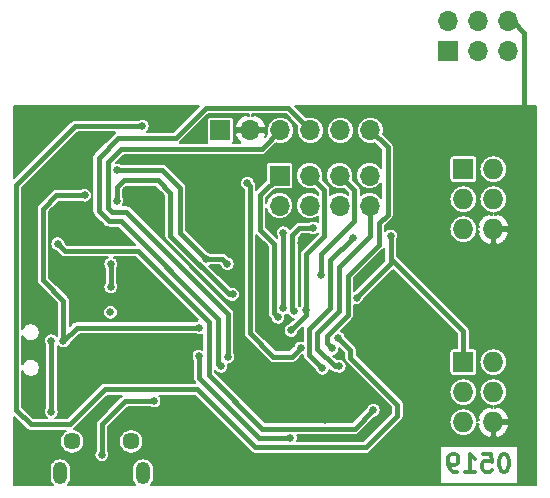
<source format=gbr>
G04 #@! TF.GenerationSoftware,KiCad,Pcbnew,(5.1.0-0)*
G04 #@! TF.CreationDate,2020-05-26T23:43:54-04:00*
G04 #@! TF.ProjectId,ROCKETasp_v3,524f434b-4554-4617-9370-5f76332e6b69,3.0*
G04 #@! TF.SameCoordinates,Original*
G04 #@! TF.FileFunction,Copper,L2,Bot*
G04 #@! TF.FilePolarity,Positive*
%FSLAX46Y46*%
G04 Gerber Fmt 4.6, Leading zero omitted, Abs format (unit mm)*
G04 Created by KiCad (PCBNEW (5.1.0-0)) date 2020-05-26 23:43:54*
%MOMM*%
%LPD*%
G04 APERTURE LIST*
%ADD10C,0.300000*%
%ADD11C,1.450000*%
%ADD12O,1.200000X1.900000*%
%ADD13O,1.727200X1.727200*%
%ADD14R,1.727200X1.727200*%
%ADD15R,1.700000X1.700000*%
%ADD16O,1.700000X1.700000*%
%ADD17C,0.635000*%
%ADD18C,0.457200*%
%ADD19C,0.203200*%
G04 APERTURE END LIST*
D10*
X141998105Y-129917451D02*
X141855248Y-129917451D01*
X141712391Y-129988880D01*
X141640962Y-130060308D01*
X141569534Y-130203165D01*
X141498105Y-130488880D01*
X141498105Y-130846022D01*
X141569534Y-131131737D01*
X141640962Y-131274594D01*
X141712391Y-131346022D01*
X141855248Y-131417451D01*
X141998105Y-131417451D01*
X142140962Y-131346022D01*
X142212391Y-131274594D01*
X142283820Y-131131737D01*
X142355248Y-130846022D01*
X142355248Y-130488880D01*
X142283820Y-130203165D01*
X142212391Y-130060308D01*
X142140962Y-129988880D01*
X141998105Y-129917451D01*
X140140962Y-129917451D02*
X140855248Y-129917451D01*
X140926677Y-130631737D01*
X140855248Y-130560308D01*
X140712391Y-130488880D01*
X140355248Y-130488880D01*
X140212391Y-130560308D01*
X140140962Y-130631737D01*
X140069534Y-130774594D01*
X140069534Y-131131737D01*
X140140962Y-131274594D01*
X140212391Y-131346022D01*
X140355248Y-131417451D01*
X140712391Y-131417451D01*
X140855248Y-131346022D01*
X140926677Y-131274594D01*
X138640962Y-131417451D02*
X139498105Y-131417451D01*
X139069534Y-131417451D02*
X139069534Y-129917451D01*
X139212391Y-130131737D01*
X139355248Y-130274594D01*
X139498105Y-130346022D01*
X137926677Y-131417451D02*
X137640962Y-131417451D01*
X137498105Y-131346022D01*
X137426677Y-131274594D01*
X137283820Y-131060308D01*
X137212391Y-130774594D01*
X137212391Y-130203165D01*
X137283820Y-130060308D01*
X137355248Y-129988880D01*
X137498105Y-129917451D01*
X137783820Y-129917451D01*
X137926677Y-129988880D01*
X137998105Y-130060308D01*
X138069534Y-130203165D01*
X138069534Y-130560308D01*
X137998105Y-130703165D01*
X137926677Y-130774594D01*
X137783820Y-130846022D01*
X137498105Y-130846022D01*
X137355248Y-130774594D01*
X137283820Y-130703165D01*
X137212391Y-130560308D01*
D11*
X105361100Y-128864900D03*
X110361100Y-128864900D03*
D12*
X104361100Y-131564900D03*
X111361100Y-131564900D03*
D13*
X141020800Y-127228600D03*
X138480800Y-127228600D03*
X141020800Y-124688600D03*
X138480800Y-124688600D03*
X141020800Y-122148600D03*
D14*
X138480800Y-122148600D03*
X138480800Y-105816400D03*
D13*
X141020800Y-105816400D03*
X138480800Y-108356400D03*
X141020800Y-108356400D03*
X138480800Y-110896400D03*
X141020800Y-110896400D03*
D15*
X122923300Y-106349800D03*
D16*
X122923300Y-108889800D03*
X125463300Y-106349800D03*
X125463300Y-108889800D03*
X128003300Y-106349800D03*
X128003300Y-108889800D03*
X130543300Y-106349800D03*
X130543300Y-108889800D03*
D15*
X117909340Y-102519480D03*
D16*
X120449340Y-102519480D03*
X122989340Y-102519480D03*
X125529340Y-102519480D03*
X128069340Y-102519480D03*
X130609340Y-102519480D03*
D15*
X137210800Y-95846900D03*
D16*
X137210800Y-93306900D03*
X139750800Y-95846900D03*
X139750800Y-93306900D03*
X142290800Y-95846900D03*
X142290800Y-93306900D03*
D17*
X109540040Y-127205740D03*
X110385860Y-127205740D03*
X111201200Y-127187960D03*
X109653500Y-123393200D03*
X101968300Y-113845340D03*
X126784100Y-127068580D03*
X124716640Y-112077400D03*
X134627620Y-130959860D03*
X134896860Y-120296940D03*
X133596380Y-104437180D03*
X102699820Y-102135940D03*
X102699820Y-107200700D03*
X119283480Y-115277900D03*
X121417080Y-114211100D03*
X131632960Y-116055140D03*
X130558540Y-114261900D03*
X106484420Y-109700060D03*
X110238540Y-113916460D03*
X105763060Y-111973360D03*
X115417600Y-103230680D03*
X139672060Y-103012240D03*
X116131340Y-119225060D03*
X104627680Y-120365520D03*
X123845220Y-128546960D03*
X116100860Y-121643140D03*
X118493540Y-113827560D03*
X116697760Y-113418620D03*
X109174280Y-105890060D03*
X106423460Y-108018580D03*
X108605320Y-117932200D03*
X108638340Y-115778280D03*
X108638340Y-113847880D03*
X103598980Y-126367540D03*
X103598980Y-120332500D03*
X120187720Y-106992420D03*
X124703840Y-120952260D03*
X107876340Y-129987040D03*
X112303560Y-125442980D03*
X104132380Y-112135920D03*
X130870960Y-126217680D03*
X132323840Y-111460280D03*
X129451100Y-116679980D03*
X122781060Y-118346220D03*
X123238260Y-117574060D03*
X123238260Y-111185960D03*
X125176280Y-117708680D03*
X123891040Y-119471440D03*
X126451360Y-114736880D03*
X129108200Y-111620300D03*
X126545340Y-122676920D03*
X124188220Y-117858540D03*
X125742700Y-110784640D03*
X127977900Y-122504200D03*
X118557040Y-121691400D03*
X117962680Y-122506740D03*
X127370840Y-120995440D03*
X109153960Y-108485940D03*
X118963440Y-116423440D03*
X111297720Y-102174040D03*
X127878840Y-120116600D03*
D18*
X109540040Y-127205740D02*
X110385860Y-127205740D01*
X142290800Y-93306900D02*
X142646400Y-93306900D01*
X142646400Y-93306900D02*
X143652240Y-94312740D01*
X143652240Y-94312740D02*
X143652240Y-100853240D01*
X105768140Y-119225060D02*
X116131340Y-119225060D01*
X104627680Y-120365520D02*
X105768140Y-119225060D01*
X123845220Y-128546960D02*
X121180960Y-128546960D01*
X116100860Y-123466860D02*
X116100860Y-121643140D01*
X121180960Y-128546960D02*
X116100860Y-123466860D01*
X118084600Y-113418620D02*
X116697760Y-113418620D01*
X118493540Y-113827560D02*
X118084600Y-113418620D01*
X116697760Y-113418620D02*
X114495580Y-111216440D01*
X114495580Y-111216440D02*
X114495580Y-107401360D01*
X114495580Y-107401360D02*
X112984280Y-105890060D01*
X112984280Y-105890060D02*
X109174280Y-105890060D01*
X104627680Y-116959380D02*
X104627680Y-120365520D01*
X102887780Y-115219480D02*
X104627680Y-116959380D01*
X102887780Y-109151420D02*
X102887780Y-115219480D01*
X104020620Y-108018580D02*
X102887780Y-109151420D01*
X106423460Y-108018580D02*
X104020620Y-108018580D01*
X108638340Y-115778280D02*
X108638340Y-113847880D01*
X103598980Y-126367540D02*
X103598980Y-120332500D01*
X120411240Y-107215940D02*
X120187720Y-106992420D01*
X120411240Y-119707660D02*
X120411240Y-107215940D01*
X122394980Y-121691400D02*
X120411240Y-119707660D01*
X123964700Y-121691400D02*
X122394980Y-121691400D01*
X124703840Y-120952260D02*
X123964700Y-121691400D01*
X107876340Y-129987040D02*
X107876340Y-127408940D01*
X109842300Y-125442980D02*
X112303560Y-125442980D01*
X107876340Y-127408940D02*
X109842300Y-125442980D01*
X110921800Y-112745520D02*
X104741980Y-112745520D01*
X116908580Y-118732300D02*
X110921800Y-112745520D01*
X121455180Y-127795020D02*
X116908580Y-123248420D01*
X104741980Y-112745520D02*
X104132380Y-112135920D01*
X130870960Y-126217680D02*
X129293620Y-127795020D01*
X129293620Y-127795020D02*
X121455180Y-127795020D01*
X116908580Y-123248420D02*
X116908580Y-118732300D01*
X132323840Y-111460280D02*
X132323840Y-113380520D01*
X138480800Y-119537480D02*
X138480800Y-122148600D01*
X132323840Y-113380520D02*
X138480800Y-119537480D01*
X132323840Y-113784380D02*
X132323840Y-111460280D01*
X129451100Y-116657120D02*
X132323840Y-113784380D01*
X129451100Y-116679980D02*
X129451100Y-116657120D01*
X121257060Y-108016040D02*
X122923300Y-106349800D01*
X121257060Y-110947200D02*
X121257060Y-108016040D01*
X122438160Y-112128300D02*
X121257060Y-110947200D01*
X122438160Y-118003320D02*
X122438160Y-112128300D01*
X122781060Y-118346220D02*
X122438160Y-118003320D01*
X123238260Y-117574060D02*
X123238260Y-114962940D01*
X123238260Y-114962940D02*
X123238260Y-111185960D01*
X126685040Y-107571540D02*
X125463300Y-106349800D01*
X126685040Y-111503460D02*
X126685040Y-107571540D01*
X125176280Y-113012220D02*
X126685040Y-111503460D01*
X125176280Y-117708680D02*
X125176280Y-113012220D01*
X125176280Y-118186200D02*
X125176280Y-117708680D01*
X123891040Y-119471440D02*
X125176280Y-118186200D01*
X129260600Y-107607100D02*
X128003300Y-106349800D01*
X129260600Y-110190280D02*
X129260600Y-107607100D01*
X126451360Y-112999520D02*
X129260600Y-110190280D01*
X126451360Y-114736880D02*
X126451360Y-112999520D01*
X125442980Y-119334280D02*
X127228600Y-117548660D01*
X125442980Y-121574560D02*
X125442980Y-119334280D01*
X127228600Y-113499900D02*
X129108200Y-111620300D01*
X127228600Y-117548660D02*
X127228600Y-113499900D01*
X126545340Y-122676920D02*
X125442980Y-121574560D01*
X124188220Y-117858540D02*
X123997720Y-117668040D01*
X123997720Y-117668040D02*
X123997720Y-111379000D01*
X124592080Y-110784640D02*
X125742700Y-110784640D01*
X123997720Y-111379000D02*
X124592080Y-110784640D01*
X127977900Y-114076480D02*
X130543300Y-111511080D01*
X130543300Y-111511080D02*
X130543300Y-108889800D01*
X126121160Y-119702580D02*
X127977900Y-117845840D01*
X127977900Y-117845840D02*
X127977900Y-114076480D01*
X126121160Y-121003060D02*
X126121160Y-119702580D01*
X127622300Y-122504200D02*
X126121160Y-121003060D01*
X127977900Y-122504200D02*
X127622300Y-122504200D01*
X121419620Y-104089200D02*
X122989340Y-102519480D01*
X109537500Y-104089200D02*
X121419620Y-104089200D01*
X108407200Y-105219500D02*
X109537500Y-104089200D01*
X109926120Y-109410500D02*
X108709460Y-109410500D01*
X118557040Y-118041420D02*
X109926120Y-109410500D01*
X108407200Y-109108240D02*
X108407200Y-105219500D01*
X108709460Y-109410500D02*
X108407200Y-109108240D01*
X118557040Y-121691400D02*
X118557040Y-118041420D01*
X123649740Y-100639880D02*
X125529340Y-102519480D01*
X116662200Y-100639880D02*
X123649740Y-100639880D01*
X114136170Y-103165910D02*
X116662200Y-100639880D01*
X107599480Y-104846120D02*
X109279690Y-103165910D01*
X117723920Y-122267980D02*
X117723920Y-118473220D01*
X108473240Y-110223300D02*
X107599480Y-109349540D01*
X107599480Y-109349540D02*
X107599480Y-104846120D01*
X109474000Y-110223300D02*
X108473240Y-110223300D01*
X117723920Y-118473220D02*
X109474000Y-110223300D01*
X109279690Y-103165910D02*
X114136170Y-103165910D01*
X117962680Y-122506740D02*
X117723920Y-122267980D01*
X132064760Y-103974900D02*
X130609340Y-102519480D01*
X131356100Y-112201960D02*
X131356100Y-110368080D01*
X132064760Y-109659420D02*
X132064760Y-103974900D01*
X127370840Y-120995440D02*
X126918720Y-120543320D01*
X126918720Y-120543320D02*
X126918720Y-119951500D01*
X128719580Y-114838480D02*
X131356100Y-112201960D01*
X131356100Y-110368080D02*
X132064760Y-109659420D01*
X128719580Y-118150640D02*
X128719580Y-114838480D01*
X126918720Y-119951500D02*
X128719580Y-118150640D01*
X109153960Y-107309920D02*
X109153960Y-108485940D01*
X109715300Y-106748580D02*
X109153960Y-107309920D01*
X113680240Y-107795060D02*
X112633760Y-106748580D01*
X113680240Y-111434880D02*
X113680240Y-107795060D01*
X118668800Y-116423440D02*
X113680240Y-111434880D01*
X112633760Y-106748580D02*
X109715300Y-106748580D01*
X118963440Y-116423440D02*
X118668800Y-116423440D01*
X111297720Y-102174040D02*
X105608120Y-102174040D01*
X105608120Y-102174040D02*
X100622100Y-107160060D01*
X100622100Y-107160060D02*
X100622100Y-126197360D01*
X100622100Y-126197360D02*
X101851460Y-127426720D01*
X101851460Y-127426720D02*
X105145840Y-127426720D01*
X105145840Y-127426720D02*
X108127800Y-124444760D01*
X108127800Y-124444760D02*
X115945920Y-124444760D01*
X115945920Y-124444760D02*
X120865900Y-129364740D01*
X120865900Y-129364740D02*
X130220720Y-129364740D01*
X130220720Y-129364740D02*
X132895340Y-126690120D01*
X127878840Y-120116600D02*
X128925320Y-121163080D01*
X128925320Y-121163080D02*
X128925320Y-121782840D01*
X132895340Y-125752860D02*
X132895340Y-126690120D01*
X128925320Y-121782840D02*
X132895340Y-125752860D01*
D19*
G36*
X144594580Y-132547360D02*
G01*
X112012541Y-132547360D01*
X112117053Y-132420012D01*
X112201070Y-132262827D01*
X112252807Y-132092272D01*
X112265900Y-131959339D01*
X112265900Y-131170461D01*
X112252807Y-131037528D01*
X112201070Y-130866973D01*
X112117053Y-130709788D01*
X112003985Y-130572015D01*
X111866211Y-130458947D01*
X111709026Y-130374930D01*
X111538471Y-130323193D01*
X111361100Y-130305723D01*
X111183728Y-130323193D01*
X111013173Y-130374930D01*
X110855988Y-130458947D01*
X110718215Y-130572015D01*
X110605147Y-130709789D01*
X110521130Y-130866974D01*
X110469393Y-131037529D01*
X110456300Y-131170462D01*
X110456300Y-131959339D01*
X110469393Y-132092272D01*
X110521131Y-132262827D01*
X110605148Y-132420012D01*
X110709660Y-132547360D01*
X105012541Y-132547360D01*
X105117053Y-132420012D01*
X105201070Y-132262827D01*
X105252807Y-132092272D01*
X105265900Y-131959339D01*
X105265900Y-131170461D01*
X105252807Y-131037528D01*
X105201070Y-130866973D01*
X105117053Y-130709788D01*
X105003985Y-130572015D01*
X104866212Y-130458947D01*
X104709027Y-130374930D01*
X104538472Y-130323193D01*
X104361100Y-130305723D01*
X104183729Y-130323193D01*
X104013174Y-130374930D01*
X103855989Y-130458947D01*
X103718216Y-130572015D01*
X103605148Y-130709788D01*
X103521131Y-130866973D01*
X103469393Y-131037528D01*
X103456300Y-131170461D01*
X103456300Y-131959338D01*
X103469393Y-132092271D01*
X103521130Y-132262826D01*
X103605147Y-132420011D01*
X103709659Y-132547360D01*
X100464620Y-132547360D01*
X100464620Y-126794221D01*
X101455764Y-127785365D01*
X101472465Y-127805715D01*
X101553685Y-127872371D01*
X101646349Y-127921901D01*
X101746895Y-127952401D01*
X101825265Y-127960120D01*
X101825266Y-127960120D01*
X101851460Y-127962700D01*
X101877654Y-127960120D01*
X104861608Y-127960120D01*
X104704641Y-128065002D01*
X104561202Y-128208441D01*
X104448503Y-128377107D01*
X104370874Y-128564518D01*
X104331300Y-128763474D01*
X104331300Y-128966326D01*
X104370874Y-129165282D01*
X104448503Y-129352693D01*
X104561202Y-129521359D01*
X104704641Y-129664798D01*
X104873307Y-129777497D01*
X105060718Y-129855126D01*
X105259674Y-129894700D01*
X105462526Y-129894700D01*
X105661482Y-129855126D01*
X105848893Y-129777497D01*
X106017559Y-129664798D01*
X106160998Y-129521359D01*
X106273697Y-129352693D01*
X106351326Y-129165282D01*
X106390900Y-128966326D01*
X106390900Y-128763474D01*
X106351326Y-128564518D01*
X106273697Y-128377107D01*
X106160998Y-128208441D01*
X106017559Y-128065002D01*
X105848893Y-127952303D01*
X105661482Y-127874674D01*
X105483859Y-127839343D01*
X105524835Y-127805715D01*
X105541536Y-127785365D01*
X108348742Y-124978160D01*
X109580388Y-124978160D01*
X109544525Y-124997329D01*
X109463305Y-125063985D01*
X109446609Y-125084329D01*
X107517690Y-127013249D01*
X107497346Y-127029945D01*
X107480650Y-127050289D01*
X107480647Y-127050292D01*
X107466056Y-127068072D01*
X107430690Y-127111165D01*
X107430689Y-127111167D01*
X107381159Y-127203830D01*
X107350659Y-127304376D01*
X107340361Y-127408940D01*
X107342941Y-127435137D01*
X107342940Y-129665219D01*
X107324865Y-129692270D01*
X107277955Y-129805522D01*
X107254040Y-129925749D01*
X107254040Y-130048331D01*
X107277955Y-130168558D01*
X107324865Y-130281810D01*
X107392968Y-130383733D01*
X107479647Y-130470412D01*
X107581570Y-130538515D01*
X107694822Y-130585425D01*
X107815049Y-130609340D01*
X107937631Y-130609340D01*
X108057858Y-130585425D01*
X108171110Y-130538515D01*
X108273033Y-130470412D01*
X108359712Y-130383733D01*
X108427815Y-130281810D01*
X108474725Y-130168558D01*
X108498640Y-130048331D01*
X108498640Y-129925749D01*
X108474725Y-129805522D01*
X108427815Y-129692270D01*
X108409740Y-129665219D01*
X108409740Y-128763474D01*
X109331300Y-128763474D01*
X109331300Y-128966326D01*
X109370874Y-129165282D01*
X109448503Y-129352693D01*
X109561202Y-129521359D01*
X109704641Y-129664798D01*
X109873307Y-129777497D01*
X110060718Y-129855126D01*
X110259674Y-129894700D01*
X110462526Y-129894700D01*
X110661482Y-129855126D01*
X110848893Y-129777497D01*
X111017559Y-129664798D01*
X111160998Y-129521359D01*
X111273697Y-129352693D01*
X111351326Y-129165282D01*
X111390900Y-128966326D01*
X111390900Y-128763474D01*
X111351326Y-128564518D01*
X111273697Y-128377107D01*
X111160998Y-128208441D01*
X111017559Y-128065002D01*
X110848893Y-127952303D01*
X110661482Y-127874674D01*
X110462526Y-127835100D01*
X110259674Y-127835100D01*
X110060718Y-127874674D01*
X109873307Y-127952303D01*
X109704641Y-128065002D01*
X109561202Y-128208441D01*
X109448503Y-128377107D01*
X109370874Y-128564518D01*
X109331300Y-128763474D01*
X108409740Y-128763474D01*
X108409740Y-127629881D01*
X110063242Y-125976380D01*
X111981739Y-125976380D01*
X112008790Y-125994455D01*
X112122042Y-126041365D01*
X112242269Y-126065280D01*
X112364851Y-126065280D01*
X112485078Y-126041365D01*
X112598330Y-125994455D01*
X112700253Y-125926352D01*
X112786932Y-125839673D01*
X112855035Y-125737750D01*
X112901945Y-125624498D01*
X112925860Y-125504271D01*
X112925860Y-125381689D01*
X112901945Y-125261462D01*
X112855035Y-125148210D01*
X112786932Y-125046287D01*
X112718805Y-124978160D01*
X115724979Y-124978160D01*
X120470209Y-129723391D01*
X120486905Y-129743735D01*
X120568125Y-129810391D01*
X120660789Y-129859921D01*
X120761335Y-129890421D01*
X120839705Y-129898140D01*
X120839712Y-129898140D01*
X120865899Y-129900719D01*
X120892086Y-129898140D01*
X130194533Y-129898140D01*
X130220720Y-129900719D01*
X130246907Y-129898140D01*
X130246915Y-129898140D01*
X130325285Y-129890421D01*
X130425831Y-129859921D01*
X130518495Y-129810391D01*
X130599715Y-129743735D01*
X130616416Y-129723385D01*
X131060721Y-129279080D01*
X136471877Y-129279080D01*
X136471877Y-132438680D01*
X143095763Y-132438680D01*
X143095763Y-129279080D01*
X136471877Y-129279080D01*
X131060721Y-129279080D01*
X133111201Y-127228600D01*
X137306747Y-127228600D01*
X137329306Y-127457646D01*
X137396116Y-127677891D01*
X137504611Y-127880869D01*
X137650619Y-128058781D01*
X137828531Y-128204789D01*
X138031509Y-128313284D01*
X138251754Y-128380094D01*
X138423404Y-128397000D01*
X138538196Y-128397000D01*
X138709846Y-128380094D01*
X138930091Y-128313284D01*
X139133069Y-128204789D01*
X139310981Y-128058781D01*
X139456989Y-127880869D01*
X139565484Y-127677891D01*
X139632294Y-127457646D01*
X139649200Y-127285996D01*
X139649200Y-127381002D01*
X139785565Y-127381002D01*
X139698316Y-127592361D01*
X139719095Y-127660879D01*
X139828440Y-127906523D01*
X139983607Y-128126115D01*
X140178633Y-128311216D01*
X140406023Y-128454712D01*
X140657038Y-128551090D01*
X140868400Y-128464713D01*
X140868400Y-127381000D01*
X141173200Y-127381000D01*
X141173200Y-128464713D01*
X141384562Y-128551090D01*
X141635577Y-128454712D01*
X141862967Y-128311216D01*
X142057993Y-128126115D01*
X142213160Y-127906523D01*
X142322505Y-127660879D01*
X142343284Y-127592361D01*
X142256034Y-127381000D01*
X141173200Y-127381000D01*
X140868400Y-127381000D01*
X140848400Y-127381000D01*
X140848400Y-127076200D01*
X140868400Y-127076200D01*
X140868400Y-127056200D01*
X141173200Y-127056200D01*
X141173200Y-127076200D01*
X142256034Y-127076200D01*
X142343284Y-126864839D01*
X142322505Y-126796321D01*
X142213160Y-126550677D01*
X142057993Y-126331085D01*
X141862967Y-126145984D01*
X141635577Y-126002488D01*
X141384562Y-125906110D01*
X141173202Y-125992486D01*
X141173202Y-125857000D01*
X141078196Y-125857000D01*
X141249846Y-125840094D01*
X141470091Y-125773284D01*
X141673069Y-125664789D01*
X141850981Y-125518781D01*
X141996989Y-125340869D01*
X142105484Y-125137891D01*
X142172294Y-124917646D01*
X142194853Y-124688600D01*
X142172294Y-124459554D01*
X142105484Y-124239309D01*
X141996989Y-124036331D01*
X141850981Y-123858419D01*
X141673069Y-123712411D01*
X141470091Y-123603916D01*
X141249846Y-123537106D01*
X141078196Y-123520200D01*
X140963404Y-123520200D01*
X140791754Y-123537106D01*
X140571509Y-123603916D01*
X140368531Y-123712411D01*
X140190619Y-123858419D01*
X140044611Y-124036331D01*
X139936116Y-124239309D01*
X139869306Y-124459554D01*
X139846747Y-124688600D01*
X139869306Y-124917646D01*
X139936116Y-125137891D01*
X140044611Y-125340869D01*
X140190619Y-125518781D01*
X140368531Y-125664789D01*
X140571509Y-125773284D01*
X140791754Y-125840094D01*
X140963404Y-125857000D01*
X140868398Y-125857000D01*
X140868398Y-125992486D01*
X140657038Y-125906110D01*
X140406023Y-126002488D01*
X140178633Y-126145984D01*
X139983607Y-126331085D01*
X139828440Y-126550677D01*
X139719095Y-126796321D01*
X139698316Y-126864839D01*
X139785565Y-127076198D01*
X139649200Y-127076198D01*
X139649200Y-127171204D01*
X139632294Y-126999554D01*
X139565484Y-126779309D01*
X139456989Y-126576331D01*
X139310981Y-126398419D01*
X139133069Y-126252411D01*
X138930091Y-126143916D01*
X138709846Y-126077106D01*
X138538196Y-126060200D01*
X138423404Y-126060200D01*
X138251754Y-126077106D01*
X138031509Y-126143916D01*
X137828531Y-126252411D01*
X137650619Y-126398419D01*
X137504611Y-126576331D01*
X137396116Y-126779309D01*
X137329306Y-126999554D01*
X137306747Y-127228600D01*
X133111201Y-127228600D01*
X133253991Y-127085811D01*
X133274335Y-127069115D01*
X133291890Y-127047725D01*
X133306481Y-127029945D01*
X133340991Y-126987895D01*
X133390521Y-126895231D01*
X133421021Y-126794685D01*
X133428740Y-126716315D01*
X133428740Y-126716307D01*
X133431319Y-126690120D01*
X133428740Y-126663933D01*
X133428740Y-125779046D01*
X133431319Y-125752859D01*
X133428740Y-125726672D01*
X133428740Y-125726665D01*
X133421021Y-125648295D01*
X133390521Y-125547749D01*
X133340991Y-125455085D01*
X133291033Y-125394211D01*
X133291031Y-125394209D01*
X133274335Y-125373865D01*
X133253991Y-125357169D01*
X132585422Y-124688600D01*
X137306747Y-124688600D01*
X137329306Y-124917646D01*
X137396116Y-125137891D01*
X137504611Y-125340869D01*
X137650619Y-125518781D01*
X137828531Y-125664789D01*
X138031509Y-125773284D01*
X138251754Y-125840094D01*
X138423404Y-125857000D01*
X138538196Y-125857000D01*
X138709846Y-125840094D01*
X138930091Y-125773284D01*
X139133069Y-125664789D01*
X139310981Y-125518781D01*
X139456989Y-125340869D01*
X139565484Y-125137891D01*
X139632294Y-124917646D01*
X139654853Y-124688600D01*
X139632294Y-124459554D01*
X139565484Y-124239309D01*
X139456989Y-124036331D01*
X139310981Y-123858419D01*
X139133069Y-123712411D01*
X138930091Y-123603916D01*
X138709846Y-123537106D01*
X138538196Y-123520200D01*
X138423404Y-123520200D01*
X138251754Y-123537106D01*
X138031509Y-123603916D01*
X137828531Y-123712411D01*
X137650619Y-123858419D01*
X137504611Y-124036331D01*
X137396116Y-124239309D01*
X137329306Y-124459554D01*
X137306747Y-124688600D01*
X132585422Y-124688600D01*
X129458720Y-121561899D01*
X129458720Y-121189266D01*
X129461299Y-121163079D01*
X129458720Y-121136892D01*
X129458720Y-121136885D01*
X129451001Y-121058515D01*
X129420501Y-120957969D01*
X129370971Y-120865305D01*
X129304315Y-120784085D01*
X129283971Y-120767389D01*
X128483572Y-119966991D01*
X128477225Y-119935082D01*
X128430315Y-119821830D01*
X128362212Y-119719907D01*
X128275533Y-119633228D01*
X128173610Y-119565125D01*
X128092877Y-119531684D01*
X129078225Y-118546336D01*
X129098575Y-118529635D01*
X129165231Y-118448415D01*
X129214761Y-118355751D01*
X129245261Y-118255205D01*
X129252980Y-118176835D01*
X129252980Y-118176834D01*
X129255560Y-118150640D01*
X129252980Y-118124446D01*
X129252980Y-117271488D01*
X129269582Y-117278365D01*
X129389809Y-117302280D01*
X129512391Y-117302280D01*
X129632618Y-117278365D01*
X129745870Y-117231455D01*
X129847793Y-117163352D01*
X129934472Y-117076673D01*
X130002575Y-116974750D01*
X130049485Y-116861498D01*
X130061509Y-116801053D01*
X132525770Y-114336792D01*
X137947400Y-119758422D01*
X137947401Y-120978726D01*
X137617200Y-120978726D01*
X137557449Y-120984611D01*
X137499994Y-121002040D01*
X137447043Y-121030342D01*
X137400632Y-121068432D01*
X137362542Y-121114843D01*
X137334240Y-121167794D01*
X137316811Y-121225249D01*
X137310926Y-121285000D01*
X137310926Y-123012200D01*
X137316811Y-123071951D01*
X137334240Y-123129406D01*
X137362542Y-123182357D01*
X137400632Y-123228768D01*
X137447043Y-123266858D01*
X137499994Y-123295160D01*
X137557449Y-123312589D01*
X137617200Y-123318474D01*
X139344400Y-123318474D01*
X139404151Y-123312589D01*
X139461606Y-123295160D01*
X139514557Y-123266858D01*
X139560968Y-123228768D01*
X139599058Y-123182357D01*
X139627360Y-123129406D01*
X139644789Y-123071951D01*
X139650674Y-123012200D01*
X139650674Y-122148600D01*
X139846747Y-122148600D01*
X139869306Y-122377646D01*
X139936116Y-122597891D01*
X140044611Y-122800869D01*
X140190619Y-122978781D01*
X140368531Y-123124789D01*
X140571509Y-123233284D01*
X140791754Y-123300094D01*
X140963404Y-123317000D01*
X141078196Y-123317000D01*
X141249846Y-123300094D01*
X141470091Y-123233284D01*
X141673069Y-123124789D01*
X141850981Y-122978781D01*
X141996989Y-122800869D01*
X142105484Y-122597891D01*
X142172294Y-122377646D01*
X142194853Y-122148600D01*
X142172294Y-121919554D01*
X142105484Y-121699309D01*
X141996989Y-121496331D01*
X141850981Y-121318419D01*
X141673069Y-121172411D01*
X141470091Y-121063916D01*
X141249846Y-120997106D01*
X141078196Y-120980200D01*
X140963404Y-120980200D01*
X140791754Y-120997106D01*
X140571509Y-121063916D01*
X140368531Y-121172411D01*
X140190619Y-121318419D01*
X140044611Y-121496331D01*
X139936116Y-121699309D01*
X139869306Y-121919554D01*
X139846747Y-122148600D01*
X139650674Y-122148600D01*
X139650674Y-121285000D01*
X139644789Y-121225249D01*
X139627360Y-121167794D01*
X139599058Y-121114843D01*
X139560968Y-121068432D01*
X139514557Y-121030342D01*
X139461606Y-121002040D01*
X139404151Y-120984611D01*
X139344400Y-120978726D01*
X139014200Y-120978726D01*
X139014200Y-119563666D01*
X139016779Y-119537479D01*
X139014200Y-119511292D01*
X139014200Y-119511285D01*
X139006481Y-119432915D01*
X138975981Y-119332369D01*
X138926451Y-119239705D01*
X138859795Y-119158485D01*
X138839451Y-119141789D01*
X132857240Y-113159579D01*
X132857240Y-111782101D01*
X132875315Y-111755050D01*
X132922225Y-111641798D01*
X132946140Y-111521571D01*
X132946140Y-111398989D01*
X132922225Y-111278762D01*
X132875315Y-111165510D01*
X132807212Y-111063587D01*
X132720533Y-110976908D01*
X132618610Y-110908805D01*
X132588662Y-110896400D01*
X137306747Y-110896400D01*
X137329306Y-111125446D01*
X137396116Y-111345691D01*
X137504611Y-111548669D01*
X137650619Y-111726581D01*
X137828531Y-111872589D01*
X138031509Y-111981084D01*
X138251754Y-112047894D01*
X138423404Y-112064800D01*
X138538196Y-112064800D01*
X138709846Y-112047894D01*
X138930091Y-111981084D01*
X139133069Y-111872589D01*
X139310981Y-111726581D01*
X139456989Y-111548669D01*
X139565484Y-111345691D01*
X139632294Y-111125446D01*
X139649200Y-110953796D01*
X139649200Y-111048802D01*
X139785565Y-111048802D01*
X139698316Y-111260161D01*
X139719095Y-111328679D01*
X139828440Y-111574323D01*
X139983607Y-111793915D01*
X140178633Y-111979016D01*
X140406023Y-112122512D01*
X140657038Y-112218890D01*
X140868400Y-112132513D01*
X140868400Y-111048800D01*
X141173200Y-111048800D01*
X141173200Y-112132513D01*
X141384562Y-112218890D01*
X141635577Y-112122512D01*
X141862967Y-111979016D01*
X142057993Y-111793915D01*
X142213160Y-111574323D01*
X142322505Y-111328679D01*
X142343284Y-111260161D01*
X142256034Y-111048800D01*
X141173200Y-111048800D01*
X140868400Y-111048800D01*
X140848400Y-111048800D01*
X140848400Y-110744000D01*
X140868400Y-110744000D01*
X140868400Y-110724000D01*
X141173200Y-110724000D01*
X141173200Y-110744000D01*
X142256034Y-110744000D01*
X142343284Y-110532639D01*
X142322505Y-110464121D01*
X142213160Y-110218477D01*
X142057993Y-109998885D01*
X141862967Y-109813784D01*
X141635577Y-109670288D01*
X141384562Y-109573910D01*
X141173202Y-109660286D01*
X141173202Y-109524800D01*
X141078196Y-109524800D01*
X141249846Y-109507894D01*
X141470091Y-109441084D01*
X141673069Y-109332589D01*
X141850981Y-109186581D01*
X141996989Y-109008669D01*
X142105484Y-108805691D01*
X142172294Y-108585446D01*
X142194853Y-108356400D01*
X142172294Y-108127354D01*
X142105484Y-107907109D01*
X141996989Y-107704131D01*
X141850981Y-107526219D01*
X141673069Y-107380211D01*
X141470091Y-107271716D01*
X141249846Y-107204906D01*
X141078196Y-107188000D01*
X140963404Y-107188000D01*
X140791754Y-107204906D01*
X140571509Y-107271716D01*
X140368531Y-107380211D01*
X140190619Y-107526219D01*
X140044611Y-107704131D01*
X139936116Y-107907109D01*
X139869306Y-108127354D01*
X139846747Y-108356400D01*
X139869306Y-108585446D01*
X139936116Y-108805691D01*
X140044611Y-109008669D01*
X140190619Y-109186581D01*
X140368531Y-109332589D01*
X140571509Y-109441084D01*
X140791754Y-109507894D01*
X140963404Y-109524800D01*
X140868398Y-109524800D01*
X140868398Y-109660286D01*
X140657038Y-109573910D01*
X140406023Y-109670288D01*
X140178633Y-109813784D01*
X139983607Y-109998885D01*
X139828440Y-110218477D01*
X139719095Y-110464121D01*
X139698316Y-110532639D01*
X139785565Y-110743998D01*
X139649200Y-110743998D01*
X139649200Y-110839004D01*
X139632294Y-110667354D01*
X139565484Y-110447109D01*
X139456989Y-110244131D01*
X139310981Y-110066219D01*
X139133069Y-109920211D01*
X138930091Y-109811716D01*
X138709846Y-109744906D01*
X138538196Y-109728000D01*
X138423404Y-109728000D01*
X138251754Y-109744906D01*
X138031509Y-109811716D01*
X137828531Y-109920211D01*
X137650619Y-110066219D01*
X137504611Y-110244131D01*
X137396116Y-110447109D01*
X137329306Y-110667354D01*
X137306747Y-110896400D01*
X132588662Y-110896400D01*
X132505358Y-110861895D01*
X132385131Y-110837980D01*
X132262549Y-110837980D01*
X132142322Y-110861895D01*
X132029070Y-110908805D01*
X131927147Y-110976908D01*
X131889500Y-111014555D01*
X131889500Y-110589021D01*
X132423405Y-110055116D01*
X132443755Y-110038415D01*
X132510411Y-109957195D01*
X132559941Y-109864531D01*
X132590441Y-109763985D01*
X132598160Y-109685615D01*
X132598160Y-109685614D01*
X132600740Y-109659420D01*
X132598160Y-109633226D01*
X132598160Y-108356400D01*
X137306747Y-108356400D01*
X137329306Y-108585446D01*
X137396116Y-108805691D01*
X137504611Y-109008669D01*
X137650619Y-109186581D01*
X137828531Y-109332589D01*
X138031509Y-109441084D01*
X138251754Y-109507894D01*
X138423404Y-109524800D01*
X138538196Y-109524800D01*
X138709846Y-109507894D01*
X138930091Y-109441084D01*
X139133069Y-109332589D01*
X139310981Y-109186581D01*
X139456989Y-109008669D01*
X139565484Y-108805691D01*
X139632294Y-108585446D01*
X139654853Y-108356400D01*
X139632294Y-108127354D01*
X139565484Y-107907109D01*
X139456989Y-107704131D01*
X139310981Y-107526219D01*
X139133069Y-107380211D01*
X138930091Y-107271716D01*
X138709846Y-107204906D01*
X138538196Y-107188000D01*
X138423404Y-107188000D01*
X138251754Y-107204906D01*
X138031509Y-107271716D01*
X137828531Y-107380211D01*
X137650619Y-107526219D01*
X137504611Y-107704131D01*
X137396116Y-107907109D01*
X137329306Y-108127354D01*
X137306747Y-108356400D01*
X132598160Y-108356400D01*
X132598160Y-104952800D01*
X137310926Y-104952800D01*
X137310926Y-106680000D01*
X137316811Y-106739751D01*
X137334240Y-106797206D01*
X137362542Y-106850157D01*
X137400632Y-106896568D01*
X137447043Y-106934658D01*
X137499994Y-106962960D01*
X137557449Y-106980389D01*
X137617200Y-106986274D01*
X139344400Y-106986274D01*
X139404151Y-106980389D01*
X139461606Y-106962960D01*
X139514557Y-106934658D01*
X139560968Y-106896568D01*
X139599058Y-106850157D01*
X139627360Y-106797206D01*
X139644789Y-106739751D01*
X139650674Y-106680000D01*
X139650674Y-105816400D01*
X139846747Y-105816400D01*
X139869306Y-106045446D01*
X139936116Y-106265691D01*
X140044611Y-106468669D01*
X140190619Y-106646581D01*
X140368531Y-106792589D01*
X140571509Y-106901084D01*
X140791754Y-106967894D01*
X140963404Y-106984800D01*
X141078196Y-106984800D01*
X141249846Y-106967894D01*
X141470091Y-106901084D01*
X141673069Y-106792589D01*
X141850981Y-106646581D01*
X141996989Y-106468669D01*
X142105484Y-106265691D01*
X142172294Y-106045446D01*
X142194853Y-105816400D01*
X142172294Y-105587354D01*
X142105484Y-105367109D01*
X141996989Y-105164131D01*
X141850981Y-104986219D01*
X141673069Y-104840211D01*
X141470091Y-104731716D01*
X141249846Y-104664906D01*
X141078196Y-104648000D01*
X140963404Y-104648000D01*
X140791754Y-104664906D01*
X140571509Y-104731716D01*
X140368531Y-104840211D01*
X140190619Y-104986219D01*
X140044611Y-105164131D01*
X139936116Y-105367109D01*
X139869306Y-105587354D01*
X139846747Y-105816400D01*
X139650674Y-105816400D01*
X139650674Y-104952800D01*
X139644789Y-104893049D01*
X139627360Y-104835594D01*
X139599058Y-104782643D01*
X139560968Y-104736232D01*
X139514557Y-104698142D01*
X139461606Y-104669840D01*
X139404151Y-104652411D01*
X139344400Y-104646526D01*
X137617200Y-104646526D01*
X137557449Y-104652411D01*
X137499994Y-104669840D01*
X137447043Y-104698142D01*
X137400632Y-104736232D01*
X137362542Y-104782643D01*
X137334240Y-104835594D01*
X137316811Y-104893049D01*
X137310926Y-104952800D01*
X132598160Y-104952800D01*
X132598160Y-104001094D01*
X132600740Y-103974900D01*
X132590441Y-103870336D01*
X132577735Y-103828447D01*
X132559941Y-103769789D01*
X132510411Y-103677125D01*
X132443755Y-103595905D01*
X132423405Y-103579204D01*
X131710804Y-102866603D01*
X131747430Y-102745860D01*
X131769727Y-102519480D01*
X131747430Y-102293100D01*
X131681398Y-102075419D01*
X131574167Y-101874804D01*
X131429858Y-101698962D01*
X131254016Y-101554653D01*
X131053401Y-101447422D01*
X130835720Y-101381390D01*
X130666064Y-101364680D01*
X130552616Y-101364680D01*
X130382960Y-101381390D01*
X130165279Y-101447422D01*
X129964664Y-101554653D01*
X129788822Y-101698962D01*
X129644513Y-101874804D01*
X129537282Y-102075419D01*
X129471250Y-102293100D01*
X129448953Y-102519480D01*
X129471250Y-102745860D01*
X129537282Y-102963541D01*
X129644513Y-103164156D01*
X129788822Y-103339998D01*
X129964664Y-103484307D01*
X130165279Y-103591538D01*
X130382960Y-103657570D01*
X130552616Y-103674280D01*
X130666064Y-103674280D01*
X130835720Y-103657570D01*
X130956463Y-103620944D01*
X131531361Y-104195842D01*
X131531361Y-105748591D01*
X131508127Y-105705124D01*
X131363818Y-105529282D01*
X131187976Y-105384973D01*
X130987361Y-105277742D01*
X130769680Y-105211710D01*
X130600024Y-105195000D01*
X130486576Y-105195000D01*
X130316920Y-105211710D01*
X130099239Y-105277742D01*
X129898624Y-105384973D01*
X129722782Y-105529282D01*
X129578473Y-105705124D01*
X129471242Y-105905739D01*
X129405210Y-106123420D01*
X129382913Y-106349800D01*
X129405210Y-106576180D01*
X129471242Y-106793861D01*
X129578473Y-106994476D01*
X129722782Y-107170318D01*
X129898624Y-107314627D01*
X130099239Y-107421858D01*
X130316920Y-107487890D01*
X130486576Y-107504600D01*
X130600024Y-107504600D01*
X130769680Y-107487890D01*
X130987361Y-107421858D01*
X131187976Y-107314627D01*
X131363818Y-107170318D01*
X131508127Y-106994476D01*
X131531360Y-106951009D01*
X131531360Y-108288590D01*
X131508127Y-108245124D01*
X131363818Y-108069282D01*
X131187976Y-107924973D01*
X130987361Y-107817742D01*
X130769680Y-107751710D01*
X130600024Y-107735000D01*
X130486576Y-107735000D01*
X130316920Y-107751710D01*
X130099239Y-107817742D01*
X129898624Y-107924973D01*
X129794000Y-108010835D01*
X129794000Y-107633294D01*
X129796580Y-107607100D01*
X129793214Y-107572929D01*
X129786281Y-107502535D01*
X129755781Y-107401989D01*
X129706251Y-107309325D01*
X129639595Y-107228105D01*
X129619245Y-107211404D01*
X129104764Y-106696923D01*
X129141390Y-106576180D01*
X129163687Y-106349800D01*
X129141390Y-106123420D01*
X129075358Y-105905739D01*
X128968127Y-105705124D01*
X128823818Y-105529282D01*
X128647976Y-105384973D01*
X128447361Y-105277742D01*
X128229680Y-105211710D01*
X128060024Y-105195000D01*
X127946576Y-105195000D01*
X127776920Y-105211710D01*
X127559239Y-105277742D01*
X127358624Y-105384973D01*
X127182782Y-105529282D01*
X127038473Y-105705124D01*
X126931242Y-105905739D01*
X126865210Y-106123420D01*
X126842913Y-106349800D01*
X126865210Y-106576180D01*
X126931242Y-106793861D01*
X127038473Y-106994476D01*
X127182782Y-107170318D01*
X127358624Y-107314627D01*
X127559239Y-107421858D01*
X127776920Y-107487890D01*
X127946576Y-107504600D01*
X128060024Y-107504600D01*
X128229680Y-107487890D01*
X128350423Y-107451264D01*
X128727201Y-107828042D01*
X128727201Y-107989991D01*
X128647976Y-107924973D01*
X128447361Y-107817742D01*
X128229680Y-107751710D01*
X128060024Y-107735000D01*
X127946576Y-107735000D01*
X127776920Y-107751710D01*
X127559239Y-107817742D01*
X127358624Y-107924973D01*
X127218440Y-108040018D01*
X127218440Y-107597726D01*
X127221019Y-107571539D01*
X127218440Y-107545352D01*
X127218440Y-107545345D01*
X127210721Y-107466975D01*
X127180221Y-107366429D01*
X127130691Y-107273765D01*
X127129009Y-107271716D01*
X127080733Y-107212891D01*
X127080731Y-107212889D01*
X127064035Y-107192545D01*
X127043691Y-107175849D01*
X126564764Y-106696922D01*
X126601390Y-106576180D01*
X126623687Y-106349800D01*
X126601390Y-106123420D01*
X126535358Y-105905739D01*
X126428127Y-105705124D01*
X126283818Y-105529282D01*
X126107976Y-105384973D01*
X125907361Y-105277742D01*
X125689680Y-105211710D01*
X125520024Y-105195000D01*
X125406576Y-105195000D01*
X125236920Y-105211710D01*
X125019239Y-105277742D01*
X124818624Y-105384973D01*
X124642782Y-105529282D01*
X124498473Y-105705124D01*
X124391242Y-105905739D01*
X124325210Y-106123420D01*
X124302913Y-106349800D01*
X124325210Y-106576180D01*
X124391242Y-106793861D01*
X124498473Y-106994476D01*
X124642782Y-107170318D01*
X124818624Y-107314627D01*
X125019239Y-107421858D01*
X125236920Y-107487890D01*
X125406576Y-107504600D01*
X125520024Y-107504600D01*
X125689680Y-107487890D01*
X125810422Y-107451264D01*
X126151641Y-107792483D01*
X126151641Y-107960808D01*
X126107976Y-107924973D01*
X125907361Y-107817742D01*
X125689680Y-107751710D01*
X125520024Y-107735000D01*
X125406576Y-107735000D01*
X125236920Y-107751710D01*
X125019239Y-107817742D01*
X124818624Y-107924973D01*
X124642782Y-108069282D01*
X124498473Y-108245124D01*
X124391242Y-108445739D01*
X124325210Y-108663420D01*
X124302913Y-108889800D01*
X124325210Y-109116180D01*
X124391242Y-109333861D01*
X124498473Y-109534476D01*
X124642782Y-109710318D01*
X124818624Y-109854627D01*
X125019239Y-109961858D01*
X125236920Y-110027890D01*
X125406576Y-110044600D01*
X125520024Y-110044600D01*
X125689680Y-110027890D01*
X125907361Y-109961858D01*
X126107976Y-109854627D01*
X126151640Y-109818793D01*
X126151640Y-110313515D01*
X126139393Y-110301268D01*
X126037470Y-110233165D01*
X125924218Y-110186255D01*
X125803991Y-110162340D01*
X125681409Y-110162340D01*
X125561182Y-110186255D01*
X125447930Y-110233165D01*
X125420879Y-110251240D01*
X124618267Y-110251240D01*
X124592080Y-110248661D01*
X124565893Y-110251240D01*
X124565885Y-110251240D01*
X124487515Y-110258959D01*
X124386969Y-110289459D01*
X124294305Y-110338989D01*
X124213085Y-110405645D01*
X124196389Y-110425989D01*
X123766285Y-110856094D01*
X123721632Y-110789267D01*
X123634953Y-110702588D01*
X123533030Y-110634485D01*
X123419778Y-110587575D01*
X123299551Y-110563660D01*
X123176969Y-110563660D01*
X123056742Y-110587575D01*
X122943490Y-110634485D01*
X122841567Y-110702588D01*
X122754888Y-110789267D01*
X122686785Y-110891190D01*
X122639875Y-111004442D01*
X122615960Y-111124669D01*
X122615960Y-111247251D01*
X122639875Y-111367478D01*
X122686785Y-111480730D01*
X122704861Y-111507782D01*
X122704861Y-111640660D01*
X121790460Y-110726259D01*
X121790460Y-109133487D01*
X121851242Y-109333861D01*
X121958473Y-109534476D01*
X122102782Y-109710318D01*
X122278624Y-109854627D01*
X122479239Y-109961858D01*
X122696920Y-110027890D01*
X122866576Y-110044600D01*
X122980024Y-110044600D01*
X123149680Y-110027890D01*
X123367361Y-109961858D01*
X123567976Y-109854627D01*
X123743818Y-109710318D01*
X123888127Y-109534476D01*
X123995358Y-109333861D01*
X124061390Y-109116180D01*
X124083687Y-108889800D01*
X124061390Y-108663420D01*
X123995358Y-108445739D01*
X123888127Y-108245124D01*
X123743818Y-108069282D01*
X123567976Y-107924973D01*
X123367361Y-107817742D01*
X123149680Y-107751710D01*
X122980024Y-107735000D01*
X122866576Y-107735000D01*
X122696920Y-107751710D01*
X122479239Y-107817742D01*
X122278624Y-107924973D01*
X122102782Y-108069282D01*
X121958473Y-108245124D01*
X121851242Y-108445739D01*
X121790460Y-108646113D01*
X121790460Y-108236981D01*
X122521368Y-107506074D01*
X123773300Y-107506074D01*
X123833051Y-107500189D01*
X123890506Y-107482760D01*
X123943457Y-107454458D01*
X123989868Y-107416368D01*
X124027958Y-107369957D01*
X124056260Y-107317006D01*
X124073689Y-107259551D01*
X124079574Y-107199800D01*
X124079574Y-105499800D01*
X124073689Y-105440049D01*
X124056260Y-105382594D01*
X124027958Y-105329643D01*
X123989868Y-105283232D01*
X123943457Y-105245142D01*
X123890506Y-105216840D01*
X123833051Y-105199411D01*
X123773300Y-105193526D01*
X122073300Y-105193526D01*
X122013549Y-105199411D01*
X121956094Y-105216840D01*
X121903143Y-105245142D01*
X121856732Y-105283232D01*
X121818642Y-105329643D01*
X121790340Y-105382594D01*
X121772911Y-105440049D01*
X121767026Y-105499800D01*
X121767026Y-106751732D01*
X120944640Y-107574119D01*
X120944640Y-107242126D01*
X120947219Y-107215939D01*
X120944640Y-107189752D01*
X120944640Y-107189745D01*
X120936921Y-107111375D01*
X120906421Y-107010829D01*
X120856891Y-106918165D01*
X120791621Y-106838634D01*
X120786105Y-106810902D01*
X120739195Y-106697650D01*
X120671092Y-106595727D01*
X120584413Y-106509048D01*
X120482490Y-106440945D01*
X120369238Y-106394035D01*
X120249011Y-106370120D01*
X120126429Y-106370120D01*
X120006202Y-106394035D01*
X119892950Y-106440945D01*
X119791027Y-106509048D01*
X119704348Y-106595727D01*
X119636245Y-106697650D01*
X119589335Y-106810902D01*
X119565420Y-106931129D01*
X119565420Y-107053711D01*
X119589335Y-107173938D01*
X119636245Y-107287190D01*
X119704348Y-107389113D01*
X119791027Y-107475792D01*
X119877841Y-107533799D01*
X119877840Y-119681473D01*
X119875261Y-119707660D01*
X119877840Y-119733847D01*
X119877840Y-119733854D01*
X119885559Y-119812224D01*
X119916059Y-119912770D01*
X119965589Y-120005435D01*
X120032245Y-120086655D01*
X120052595Y-120103356D01*
X121999289Y-122050051D01*
X122015985Y-122070395D01*
X122097205Y-122137051D01*
X122189869Y-122186581D01*
X122290415Y-122217081D01*
X122368785Y-122224800D01*
X122368792Y-122224800D01*
X122394979Y-122227379D01*
X122421166Y-122224800D01*
X123938513Y-122224800D01*
X123964700Y-122227379D01*
X123990887Y-122224800D01*
X123990895Y-122224800D01*
X124069265Y-122217081D01*
X124169811Y-122186581D01*
X124262475Y-122137051D01*
X124343695Y-122070395D01*
X124360396Y-122050045D01*
X124853449Y-121556992D01*
X124885358Y-121550645D01*
X124909580Y-121540612D01*
X124909580Y-121548373D01*
X124907001Y-121574560D01*
X124909580Y-121600747D01*
X124909580Y-121600754D01*
X124917299Y-121679124D01*
X124947799Y-121779670D01*
X124997329Y-121872335D01*
X125063985Y-121953555D01*
X125084334Y-121970255D01*
X125940608Y-122826530D01*
X125946955Y-122858438D01*
X125993865Y-122971690D01*
X126061968Y-123073613D01*
X126148647Y-123160292D01*
X126250570Y-123228395D01*
X126363822Y-123275305D01*
X126484049Y-123299220D01*
X126606631Y-123299220D01*
X126726858Y-123275305D01*
X126840110Y-123228395D01*
X126942033Y-123160292D01*
X127028712Y-123073613D01*
X127096815Y-122971690D01*
X127143725Y-122858438D01*
X127156745Y-122792986D01*
X127226604Y-122862845D01*
X127243305Y-122883195D01*
X127324525Y-122949851D01*
X127417189Y-122999381D01*
X127517735Y-123029881D01*
X127596105Y-123037600D01*
X127596106Y-123037600D01*
X127622300Y-123040180D01*
X127648494Y-123037600D01*
X127656079Y-123037600D01*
X127683130Y-123055675D01*
X127796382Y-123102585D01*
X127916609Y-123126500D01*
X128039191Y-123126500D01*
X128159418Y-123102585D01*
X128272670Y-123055675D01*
X128374593Y-122987572D01*
X128461272Y-122900893D01*
X128529375Y-122798970D01*
X128576285Y-122685718D01*
X128600200Y-122565491D01*
X128600200Y-122442909D01*
X128576285Y-122322682D01*
X128529375Y-122209430D01*
X128461272Y-122107507D01*
X128374593Y-122020828D01*
X128272670Y-121952725D01*
X128159418Y-121905815D01*
X128039191Y-121881900D01*
X127916609Y-121881900D01*
X127796382Y-121905815D01*
X127783565Y-121911124D01*
X127480550Y-121608109D01*
X127552358Y-121593825D01*
X127665610Y-121546915D01*
X127767533Y-121478812D01*
X127854212Y-121392133D01*
X127922315Y-121290210D01*
X127969225Y-121176958D01*
X127993140Y-121056731D01*
X127993140Y-120985241D01*
X128391920Y-121384022D01*
X128391920Y-121756653D01*
X128389341Y-121782840D01*
X128391920Y-121809027D01*
X128391920Y-121809035D01*
X128399639Y-121887405D01*
X128405224Y-121905815D01*
X128430139Y-121987950D01*
X128461333Y-122046309D01*
X128479670Y-122080615D01*
X128495777Y-122100241D01*
X128529627Y-122141488D01*
X128529630Y-122141491D01*
X128546326Y-122161835D01*
X128566670Y-122178531D01*
X132361940Y-125973802D01*
X132361941Y-126469177D01*
X129999779Y-128831340D01*
X124400999Y-128831340D01*
X124443605Y-128728478D01*
X124467520Y-128608251D01*
X124467520Y-128485669D01*
X124443605Y-128365442D01*
X124428270Y-128328420D01*
X129267433Y-128328420D01*
X129293620Y-128330999D01*
X129319807Y-128328420D01*
X129319815Y-128328420D01*
X129398185Y-128320701D01*
X129498731Y-128290201D01*
X129591395Y-128240671D01*
X129672615Y-128174015D01*
X129689316Y-128153665D01*
X131020569Y-126822412D01*
X131052478Y-126816065D01*
X131165730Y-126769155D01*
X131267653Y-126701052D01*
X131354332Y-126614373D01*
X131422435Y-126512450D01*
X131469345Y-126399198D01*
X131493260Y-126278971D01*
X131493260Y-126156389D01*
X131469345Y-126036162D01*
X131422435Y-125922910D01*
X131354332Y-125820987D01*
X131267653Y-125734308D01*
X131165730Y-125666205D01*
X131052478Y-125619295D01*
X130932251Y-125595380D01*
X130809669Y-125595380D01*
X130689442Y-125619295D01*
X130576190Y-125666205D01*
X130474267Y-125734308D01*
X130387588Y-125820987D01*
X130319485Y-125922910D01*
X130272575Y-126036162D01*
X130266228Y-126068071D01*
X129072679Y-127261620D01*
X121676122Y-127261620D01*
X117441980Y-123027479D01*
X117441980Y-122847568D01*
X117479308Y-122903433D01*
X117565987Y-122990112D01*
X117667910Y-123058215D01*
X117781162Y-123105125D01*
X117901389Y-123129040D01*
X118023971Y-123129040D01*
X118144198Y-123105125D01*
X118257450Y-123058215D01*
X118359373Y-122990112D01*
X118446052Y-122903433D01*
X118514155Y-122801510D01*
X118561065Y-122688258D01*
X118584980Y-122568031D01*
X118584980Y-122445449D01*
X118561065Y-122325222D01*
X118556292Y-122313700D01*
X118618331Y-122313700D01*
X118738558Y-122289785D01*
X118851810Y-122242875D01*
X118953733Y-122174772D01*
X119040412Y-122088093D01*
X119108515Y-121986170D01*
X119155425Y-121872918D01*
X119179340Y-121752691D01*
X119179340Y-121630109D01*
X119155425Y-121509882D01*
X119108515Y-121396630D01*
X119090440Y-121369579D01*
X119090440Y-118067606D01*
X119093019Y-118041419D01*
X119090440Y-118015232D01*
X119090440Y-118015225D01*
X119082721Y-117936855D01*
X119052221Y-117836309D01*
X119002691Y-117743645D01*
X118936035Y-117662425D01*
X118915691Y-117645729D01*
X110321813Y-109051852D01*
X110305115Y-109031505D01*
X110223895Y-108964849D01*
X110131231Y-108915319D01*
X110030685Y-108884819D01*
X109952315Y-108877100D01*
X109952307Y-108877100D01*
X109926120Y-108874521D01*
X109899933Y-108877100D01*
X109641029Y-108877100D01*
X109705435Y-108780710D01*
X109752345Y-108667458D01*
X109776260Y-108547231D01*
X109776260Y-108424649D01*
X109752345Y-108304422D01*
X109705435Y-108191170D01*
X109687360Y-108164119D01*
X109687360Y-107530861D01*
X109936241Y-107281980D01*
X112412819Y-107281980D01*
X113146841Y-108016003D01*
X113146840Y-111408693D01*
X113144261Y-111434880D01*
X113146840Y-111461067D01*
X113146840Y-111461074D01*
X113154559Y-111539444D01*
X113185059Y-111639990D01*
X113234589Y-111732655D01*
X113301245Y-111813875D01*
X113321595Y-111830576D01*
X118273109Y-116782091D01*
X118289805Y-116802435D01*
X118371025Y-116869091D01*
X118463689Y-116918621D01*
X118564235Y-116949121D01*
X118641448Y-116956726D01*
X118668670Y-116974915D01*
X118781922Y-117021825D01*
X118902149Y-117045740D01*
X119024731Y-117045740D01*
X119144958Y-117021825D01*
X119258210Y-116974915D01*
X119360133Y-116906812D01*
X119446812Y-116820133D01*
X119514915Y-116718210D01*
X119561825Y-116604958D01*
X119585740Y-116484731D01*
X119585740Y-116362149D01*
X119561825Y-116241922D01*
X119514915Y-116128670D01*
X119446812Y-116026747D01*
X119360133Y-115940068D01*
X119258210Y-115871965D01*
X119144958Y-115825055D01*
X119024731Y-115801140D01*
X118902149Y-115801140D01*
X118817650Y-115817948D01*
X116976455Y-113976753D01*
X116992530Y-113970095D01*
X117019581Y-113952020D01*
X117863659Y-113952020D01*
X117888808Y-113977169D01*
X117895155Y-114009078D01*
X117942065Y-114122330D01*
X118010168Y-114224253D01*
X118096847Y-114310932D01*
X118198770Y-114379035D01*
X118312022Y-114425945D01*
X118432249Y-114449860D01*
X118554831Y-114449860D01*
X118675058Y-114425945D01*
X118788310Y-114379035D01*
X118890233Y-114310932D01*
X118976912Y-114224253D01*
X119045015Y-114122330D01*
X119091925Y-114009078D01*
X119115840Y-113888851D01*
X119115840Y-113766269D01*
X119091925Y-113646042D01*
X119045015Y-113532790D01*
X118976912Y-113430867D01*
X118890233Y-113344188D01*
X118788310Y-113276085D01*
X118675058Y-113229175D01*
X118643149Y-113222828D01*
X118480293Y-113059972D01*
X118463595Y-113039625D01*
X118382375Y-112972969D01*
X118289711Y-112923439D01*
X118189165Y-112892939D01*
X118110795Y-112885220D01*
X118110787Y-112885220D01*
X118084600Y-112882641D01*
X118058413Y-112885220D01*
X117019581Y-112885220D01*
X116992530Y-112867145D01*
X116879278Y-112820235D01*
X116847369Y-112813888D01*
X115028980Y-110995499D01*
X115028980Y-107427547D01*
X115031559Y-107401360D01*
X115028980Y-107375173D01*
X115028980Y-107375165D01*
X115021261Y-107296795D01*
X114990761Y-107196249D01*
X114941231Y-107103585D01*
X114900300Y-107053711D01*
X114891273Y-107042711D01*
X114891271Y-107042709D01*
X114874575Y-107022365D01*
X114854231Y-107005669D01*
X113379976Y-105531414D01*
X113363275Y-105511065D01*
X113282055Y-105444409D01*
X113189391Y-105394879D01*
X113088845Y-105364379D01*
X113010475Y-105356660D01*
X113010467Y-105356660D01*
X112984280Y-105354081D01*
X112958093Y-105356660D01*
X109496101Y-105356660D01*
X109469050Y-105338585D01*
X109355798Y-105291675D01*
X109235571Y-105267760D01*
X109113281Y-105267760D01*
X109758441Y-104622600D01*
X121393433Y-104622600D01*
X121419620Y-104625179D01*
X121445807Y-104622600D01*
X121445815Y-104622600D01*
X121524185Y-104614881D01*
X121624731Y-104584381D01*
X121717395Y-104534851D01*
X121798615Y-104468195D01*
X121815316Y-104447846D01*
X122642218Y-103620944D01*
X122762960Y-103657570D01*
X122932616Y-103674280D01*
X123046064Y-103674280D01*
X123215720Y-103657570D01*
X123433401Y-103591538D01*
X123634016Y-103484307D01*
X123809858Y-103339998D01*
X123954167Y-103164156D01*
X124061398Y-102963541D01*
X124127430Y-102745860D01*
X124149727Y-102519480D01*
X124127430Y-102293100D01*
X124061398Y-102075419D01*
X123954167Y-101874804D01*
X123809858Y-101698962D01*
X123634016Y-101554653D01*
X123433401Y-101447422D01*
X123215720Y-101381390D01*
X123046064Y-101364680D01*
X122932616Y-101364680D01*
X122762960Y-101381390D01*
X122545279Y-101447422D01*
X122344664Y-101554653D01*
X122168822Y-101698962D01*
X122024513Y-101874804D01*
X121917282Y-102075419D01*
X121851250Y-102293100D01*
X121828953Y-102519480D01*
X121851250Y-102745860D01*
X121887876Y-102866602D01*
X121686211Y-103068268D01*
X121758314Y-102881101D01*
X121671768Y-102671880D01*
X120601740Y-102671880D01*
X120601740Y-102691880D01*
X120296940Y-102691880D01*
X120296940Y-102671880D01*
X119226912Y-102671880D01*
X119140366Y-102881101D01*
X119236066Y-103129521D01*
X119378392Y-103354497D01*
X119561874Y-103547384D01*
X119573813Y-103555800D01*
X119000733Y-103555800D01*
X119013998Y-103539637D01*
X119042300Y-103486686D01*
X119059729Y-103429231D01*
X119065614Y-103369480D01*
X119065614Y-101669480D01*
X119059729Y-101609729D01*
X119042300Y-101552274D01*
X119013998Y-101499323D01*
X118975908Y-101452912D01*
X118929497Y-101414822D01*
X118876546Y-101386520D01*
X118819091Y-101369091D01*
X118759340Y-101363206D01*
X117059340Y-101363206D01*
X116999589Y-101369091D01*
X116942134Y-101386520D01*
X116889183Y-101414822D01*
X116842772Y-101452912D01*
X116804682Y-101499323D01*
X116776380Y-101552274D01*
X116758951Y-101609729D01*
X116753066Y-101669480D01*
X116753066Y-103369480D01*
X116758951Y-103429231D01*
X116776380Y-103486686D01*
X116804682Y-103539637D01*
X116817947Y-103555800D01*
X114501889Y-103555800D01*
X114515165Y-103544905D01*
X114531866Y-103524555D01*
X116883142Y-101173280D01*
X120296938Y-101173280D01*
X120296938Y-101297949D01*
X120087720Y-101210513D01*
X120022791Y-101230202D01*
X119779461Y-101338191D01*
X119561874Y-101491576D01*
X119378392Y-101684463D01*
X119236066Y-101909439D01*
X119140366Y-102157859D01*
X119226912Y-102367080D01*
X120296940Y-102367080D01*
X120296940Y-102347080D01*
X120601740Y-102347080D01*
X120601740Y-102367080D01*
X121671768Y-102367080D01*
X121758314Y-102157859D01*
X121662614Y-101909439D01*
X121520288Y-101684463D01*
X121336806Y-101491576D01*
X121119219Y-101338191D01*
X120875889Y-101230202D01*
X120810960Y-101210513D01*
X120601742Y-101297949D01*
X120601742Y-101173280D01*
X123428799Y-101173280D01*
X124427876Y-102172357D01*
X124391250Y-102293100D01*
X124368953Y-102519480D01*
X124391250Y-102745860D01*
X124457282Y-102963541D01*
X124564513Y-103164156D01*
X124708822Y-103339998D01*
X124884664Y-103484307D01*
X125085279Y-103591538D01*
X125302960Y-103657570D01*
X125472616Y-103674280D01*
X125586064Y-103674280D01*
X125755720Y-103657570D01*
X125973401Y-103591538D01*
X126174016Y-103484307D01*
X126349858Y-103339998D01*
X126494167Y-103164156D01*
X126601398Y-102963541D01*
X126667430Y-102745860D01*
X126689727Y-102519480D01*
X126908953Y-102519480D01*
X126931250Y-102745860D01*
X126997282Y-102963541D01*
X127104513Y-103164156D01*
X127248822Y-103339998D01*
X127424664Y-103484307D01*
X127625279Y-103591538D01*
X127842960Y-103657570D01*
X128012616Y-103674280D01*
X128126064Y-103674280D01*
X128295720Y-103657570D01*
X128513401Y-103591538D01*
X128714016Y-103484307D01*
X128889858Y-103339998D01*
X129034167Y-103164156D01*
X129141398Y-102963541D01*
X129207430Y-102745860D01*
X129229727Y-102519480D01*
X129207430Y-102293100D01*
X129141398Y-102075419D01*
X129034167Y-101874804D01*
X128889858Y-101698962D01*
X128714016Y-101554653D01*
X128513401Y-101447422D01*
X128295720Y-101381390D01*
X128126064Y-101364680D01*
X128012616Y-101364680D01*
X127842960Y-101381390D01*
X127625279Y-101447422D01*
X127424664Y-101554653D01*
X127248822Y-101698962D01*
X127104513Y-101874804D01*
X126997282Y-102075419D01*
X126931250Y-102293100D01*
X126908953Y-102519480D01*
X126689727Y-102519480D01*
X126667430Y-102293100D01*
X126601398Y-102075419D01*
X126494167Y-101874804D01*
X126349858Y-101698962D01*
X126174016Y-101554653D01*
X125973401Y-101447422D01*
X125755720Y-101381390D01*
X125586064Y-101364680D01*
X125472616Y-101364680D01*
X125302960Y-101381390D01*
X125182217Y-101418016D01*
X124208501Y-100444300D01*
X144594580Y-100444300D01*
X144594580Y-132547360D01*
X144594580Y-132547360D01*
G37*
X144594580Y-132547360D02*
X112012541Y-132547360D01*
X112117053Y-132420012D01*
X112201070Y-132262827D01*
X112252807Y-132092272D01*
X112265900Y-131959339D01*
X112265900Y-131170461D01*
X112252807Y-131037528D01*
X112201070Y-130866973D01*
X112117053Y-130709788D01*
X112003985Y-130572015D01*
X111866211Y-130458947D01*
X111709026Y-130374930D01*
X111538471Y-130323193D01*
X111361100Y-130305723D01*
X111183728Y-130323193D01*
X111013173Y-130374930D01*
X110855988Y-130458947D01*
X110718215Y-130572015D01*
X110605147Y-130709789D01*
X110521130Y-130866974D01*
X110469393Y-131037529D01*
X110456300Y-131170462D01*
X110456300Y-131959339D01*
X110469393Y-132092272D01*
X110521131Y-132262827D01*
X110605148Y-132420012D01*
X110709660Y-132547360D01*
X105012541Y-132547360D01*
X105117053Y-132420012D01*
X105201070Y-132262827D01*
X105252807Y-132092272D01*
X105265900Y-131959339D01*
X105265900Y-131170461D01*
X105252807Y-131037528D01*
X105201070Y-130866973D01*
X105117053Y-130709788D01*
X105003985Y-130572015D01*
X104866212Y-130458947D01*
X104709027Y-130374930D01*
X104538472Y-130323193D01*
X104361100Y-130305723D01*
X104183729Y-130323193D01*
X104013174Y-130374930D01*
X103855989Y-130458947D01*
X103718216Y-130572015D01*
X103605148Y-130709788D01*
X103521131Y-130866973D01*
X103469393Y-131037528D01*
X103456300Y-131170461D01*
X103456300Y-131959338D01*
X103469393Y-132092271D01*
X103521130Y-132262826D01*
X103605147Y-132420011D01*
X103709659Y-132547360D01*
X100464620Y-132547360D01*
X100464620Y-126794221D01*
X101455764Y-127785365D01*
X101472465Y-127805715D01*
X101553685Y-127872371D01*
X101646349Y-127921901D01*
X101746895Y-127952401D01*
X101825265Y-127960120D01*
X101825266Y-127960120D01*
X101851460Y-127962700D01*
X101877654Y-127960120D01*
X104861608Y-127960120D01*
X104704641Y-128065002D01*
X104561202Y-128208441D01*
X104448503Y-128377107D01*
X104370874Y-128564518D01*
X104331300Y-128763474D01*
X104331300Y-128966326D01*
X104370874Y-129165282D01*
X104448503Y-129352693D01*
X104561202Y-129521359D01*
X104704641Y-129664798D01*
X104873307Y-129777497D01*
X105060718Y-129855126D01*
X105259674Y-129894700D01*
X105462526Y-129894700D01*
X105661482Y-129855126D01*
X105848893Y-129777497D01*
X106017559Y-129664798D01*
X106160998Y-129521359D01*
X106273697Y-129352693D01*
X106351326Y-129165282D01*
X106390900Y-128966326D01*
X106390900Y-128763474D01*
X106351326Y-128564518D01*
X106273697Y-128377107D01*
X106160998Y-128208441D01*
X106017559Y-128065002D01*
X105848893Y-127952303D01*
X105661482Y-127874674D01*
X105483859Y-127839343D01*
X105524835Y-127805715D01*
X105541536Y-127785365D01*
X108348742Y-124978160D01*
X109580388Y-124978160D01*
X109544525Y-124997329D01*
X109463305Y-125063985D01*
X109446609Y-125084329D01*
X107517690Y-127013249D01*
X107497346Y-127029945D01*
X107480650Y-127050289D01*
X107480647Y-127050292D01*
X107466056Y-127068072D01*
X107430690Y-127111165D01*
X107430689Y-127111167D01*
X107381159Y-127203830D01*
X107350659Y-127304376D01*
X107340361Y-127408940D01*
X107342941Y-127435137D01*
X107342940Y-129665219D01*
X107324865Y-129692270D01*
X107277955Y-129805522D01*
X107254040Y-129925749D01*
X107254040Y-130048331D01*
X107277955Y-130168558D01*
X107324865Y-130281810D01*
X107392968Y-130383733D01*
X107479647Y-130470412D01*
X107581570Y-130538515D01*
X107694822Y-130585425D01*
X107815049Y-130609340D01*
X107937631Y-130609340D01*
X108057858Y-130585425D01*
X108171110Y-130538515D01*
X108273033Y-130470412D01*
X108359712Y-130383733D01*
X108427815Y-130281810D01*
X108474725Y-130168558D01*
X108498640Y-130048331D01*
X108498640Y-129925749D01*
X108474725Y-129805522D01*
X108427815Y-129692270D01*
X108409740Y-129665219D01*
X108409740Y-128763474D01*
X109331300Y-128763474D01*
X109331300Y-128966326D01*
X109370874Y-129165282D01*
X109448503Y-129352693D01*
X109561202Y-129521359D01*
X109704641Y-129664798D01*
X109873307Y-129777497D01*
X110060718Y-129855126D01*
X110259674Y-129894700D01*
X110462526Y-129894700D01*
X110661482Y-129855126D01*
X110848893Y-129777497D01*
X111017559Y-129664798D01*
X111160998Y-129521359D01*
X111273697Y-129352693D01*
X111351326Y-129165282D01*
X111390900Y-128966326D01*
X111390900Y-128763474D01*
X111351326Y-128564518D01*
X111273697Y-128377107D01*
X111160998Y-128208441D01*
X111017559Y-128065002D01*
X110848893Y-127952303D01*
X110661482Y-127874674D01*
X110462526Y-127835100D01*
X110259674Y-127835100D01*
X110060718Y-127874674D01*
X109873307Y-127952303D01*
X109704641Y-128065002D01*
X109561202Y-128208441D01*
X109448503Y-128377107D01*
X109370874Y-128564518D01*
X109331300Y-128763474D01*
X108409740Y-128763474D01*
X108409740Y-127629881D01*
X110063242Y-125976380D01*
X111981739Y-125976380D01*
X112008790Y-125994455D01*
X112122042Y-126041365D01*
X112242269Y-126065280D01*
X112364851Y-126065280D01*
X112485078Y-126041365D01*
X112598330Y-125994455D01*
X112700253Y-125926352D01*
X112786932Y-125839673D01*
X112855035Y-125737750D01*
X112901945Y-125624498D01*
X112925860Y-125504271D01*
X112925860Y-125381689D01*
X112901945Y-125261462D01*
X112855035Y-125148210D01*
X112786932Y-125046287D01*
X112718805Y-124978160D01*
X115724979Y-124978160D01*
X120470209Y-129723391D01*
X120486905Y-129743735D01*
X120568125Y-129810391D01*
X120660789Y-129859921D01*
X120761335Y-129890421D01*
X120839705Y-129898140D01*
X120839712Y-129898140D01*
X120865899Y-129900719D01*
X120892086Y-129898140D01*
X130194533Y-129898140D01*
X130220720Y-129900719D01*
X130246907Y-129898140D01*
X130246915Y-129898140D01*
X130325285Y-129890421D01*
X130425831Y-129859921D01*
X130518495Y-129810391D01*
X130599715Y-129743735D01*
X130616416Y-129723385D01*
X131060721Y-129279080D01*
X136471877Y-129279080D01*
X136471877Y-132438680D01*
X143095763Y-132438680D01*
X143095763Y-129279080D01*
X136471877Y-129279080D01*
X131060721Y-129279080D01*
X133111201Y-127228600D01*
X137306747Y-127228600D01*
X137329306Y-127457646D01*
X137396116Y-127677891D01*
X137504611Y-127880869D01*
X137650619Y-128058781D01*
X137828531Y-128204789D01*
X138031509Y-128313284D01*
X138251754Y-128380094D01*
X138423404Y-128397000D01*
X138538196Y-128397000D01*
X138709846Y-128380094D01*
X138930091Y-128313284D01*
X139133069Y-128204789D01*
X139310981Y-128058781D01*
X139456989Y-127880869D01*
X139565484Y-127677891D01*
X139632294Y-127457646D01*
X139649200Y-127285996D01*
X139649200Y-127381002D01*
X139785565Y-127381002D01*
X139698316Y-127592361D01*
X139719095Y-127660879D01*
X139828440Y-127906523D01*
X139983607Y-128126115D01*
X140178633Y-128311216D01*
X140406023Y-128454712D01*
X140657038Y-128551090D01*
X140868400Y-128464713D01*
X140868400Y-127381000D01*
X141173200Y-127381000D01*
X141173200Y-128464713D01*
X141384562Y-128551090D01*
X141635577Y-128454712D01*
X141862967Y-128311216D01*
X142057993Y-128126115D01*
X142213160Y-127906523D01*
X142322505Y-127660879D01*
X142343284Y-127592361D01*
X142256034Y-127381000D01*
X141173200Y-127381000D01*
X140868400Y-127381000D01*
X140848400Y-127381000D01*
X140848400Y-127076200D01*
X140868400Y-127076200D01*
X140868400Y-127056200D01*
X141173200Y-127056200D01*
X141173200Y-127076200D01*
X142256034Y-127076200D01*
X142343284Y-126864839D01*
X142322505Y-126796321D01*
X142213160Y-126550677D01*
X142057993Y-126331085D01*
X141862967Y-126145984D01*
X141635577Y-126002488D01*
X141384562Y-125906110D01*
X141173202Y-125992486D01*
X141173202Y-125857000D01*
X141078196Y-125857000D01*
X141249846Y-125840094D01*
X141470091Y-125773284D01*
X141673069Y-125664789D01*
X141850981Y-125518781D01*
X141996989Y-125340869D01*
X142105484Y-125137891D01*
X142172294Y-124917646D01*
X142194853Y-124688600D01*
X142172294Y-124459554D01*
X142105484Y-124239309D01*
X141996989Y-124036331D01*
X141850981Y-123858419D01*
X141673069Y-123712411D01*
X141470091Y-123603916D01*
X141249846Y-123537106D01*
X141078196Y-123520200D01*
X140963404Y-123520200D01*
X140791754Y-123537106D01*
X140571509Y-123603916D01*
X140368531Y-123712411D01*
X140190619Y-123858419D01*
X140044611Y-124036331D01*
X139936116Y-124239309D01*
X139869306Y-124459554D01*
X139846747Y-124688600D01*
X139869306Y-124917646D01*
X139936116Y-125137891D01*
X140044611Y-125340869D01*
X140190619Y-125518781D01*
X140368531Y-125664789D01*
X140571509Y-125773284D01*
X140791754Y-125840094D01*
X140963404Y-125857000D01*
X140868398Y-125857000D01*
X140868398Y-125992486D01*
X140657038Y-125906110D01*
X140406023Y-126002488D01*
X140178633Y-126145984D01*
X139983607Y-126331085D01*
X139828440Y-126550677D01*
X139719095Y-126796321D01*
X139698316Y-126864839D01*
X139785565Y-127076198D01*
X139649200Y-127076198D01*
X139649200Y-127171204D01*
X139632294Y-126999554D01*
X139565484Y-126779309D01*
X139456989Y-126576331D01*
X139310981Y-126398419D01*
X139133069Y-126252411D01*
X138930091Y-126143916D01*
X138709846Y-126077106D01*
X138538196Y-126060200D01*
X138423404Y-126060200D01*
X138251754Y-126077106D01*
X138031509Y-126143916D01*
X137828531Y-126252411D01*
X137650619Y-126398419D01*
X137504611Y-126576331D01*
X137396116Y-126779309D01*
X137329306Y-126999554D01*
X137306747Y-127228600D01*
X133111201Y-127228600D01*
X133253991Y-127085811D01*
X133274335Y-127069115D01*
X133291890Y-127047725D01*
X133306481Y-127029945D01*
X133340991Y-126987895D01*
X133390521Y-126895231D01*
X133421021Y-126794685D01*
X133428740Y-126716315D01*
X133428740Y-126716307D01*
X133431319Y-126690120D01*
X133428740Y-126663933D01*
X133428740Y-125779046D01*
X133431319Y-125752859D01*
X133428740Y-125726672D01*
X133428740Y-125726665D01*
X133421021Y-125648295D01*
X133390521Y-125547749D01*
X133340991Y-125455085D01*
X133291033Y-125394211D01*
X133291031Y-125394209D01*
X133274335Y-125373865D01*
X133253991Y-125357169D01*
X132585422Y-124688600D01*
X137306747Y-124688600D01*
X137329306Y-124917646D01*
X137396116Y-125137891D01*
X137504611Y-125340869D01*
X137650619Y-125518781D01*
X137828531Y-125664789D01*
X138031509Y-125773284D01*
X138251754Y-125840094D01*
X138423404Y-125857000D01*
X138538196Y-125857000D01*
X138709846Y-125840094D01*
X138930091Y-125773284D01*
X139133069Y-125664789D01*
X139310981Y-125518781D01*
X139456989Y-125340869D01*
X139565484Y-125137891D01*
X139632294Y-124917646D01*
X139654853Y-124688600D01*
X139632294Y-124459554D01*
X139565484Y-124239309D01*
X139456989Y-124036331D01*
X139310981Y-123858419D01*
X139133069Y-123712411D01*
X138930091Y-123603916D01*
X138709846Y-123537106D01*
X138538196Y-123520200D01*
X138423404Y-123520200D01*
X138251754Y-123537106D01*
X138031509Y-123603916D01*
X137828531Y-123712411D01*
X137650619Y-123858419D01*
X137504611Y-124036331D01*
X137396116Y-124239309D01*
X137329306Y-124459554D01*
X137306747Y-124688600D01*
X132585422Y-124688600D01*
X129458720Y-121561899D01*
X129458720Y-121189266D01*
X129461299Y-121163079D01*
X129458720Y-121136892D01*
X129458720Y-121136885D01*
X129451001Y-121058515D01*
X129420501Y-120957969D01*
X129370971Y-120865305D01*
X129304315Y-120784085D01*
X129283971Y-120767389D01*
X128483572Y-119966991D01*
X128477225Y-119935082D01*
X128430315Y-119821830D01*
X128362212Y-119719907D01*
X128275533Y-119633228D01*
X128173610Y-119565125D01*
X128092877Y-119531684D01*
X129078225Y-118546336D01*
X129098575Y-118529635D01*
X129165231Y-118448415D01*
X129214761Y-118355751D01*
X129245261Y-118255205D01*
X129252980Y-118176835D01*
X129252980Y-118176834D01*
X129255560Y-118150640D01*
X129252980Y-118124446D01*
X129252980Y-117271488D01*
X129269582Y-117278365D01*
X129389809Y-117302280D01*
X129512391Y-117302280D01*
X129632618Y-117278365D01*
X129745870Y-117231455D01*
X129847793Y-117163352D01*
X129934472Y-117076673D01*
X130002575Y-116974750D01*
X130049485Y-116861498D01*
X130061509Y-116801053D01*
X132525770Y-114336792D01*
X137947400Y-119758422D01*
X137947401Y-120978726D01*
X137617200Y-120978726D01*
X137557449Y-120984611D01*
X137499994Y-121002040D01*
X137447043Y-121030342D01*
X137400632Y-121068432D01*
X137362542Y-121114843D01*
X137334240Y-121167794D01*
X137316811Y-121225249D01*
X137310926Y-121285000D01*
X137310926Y-123012200D01*
X137316811Y-123071951D01*
X137334240Y-123129406D01*
X137362542Y-123182357D01*
X137400632Y-123228768D01*
X137447043Y-123266858D01*
X137499994Y-123295160D01*
X137557449Y-123312589D01*
X137617200Y-123318474D01*
X139344400Y-123318474D01*
X139404151Y-123312589D01*
X139461606Y-123295160D01*
X139514557Y-123266858D01*
X139560968Y-123228768D01*
X139599058Y-123182357D01*
X139627360Y-123129406D01*
X139644789Y-123071951D01*
X139650674Y-123012200D01*
X139650674Y-122148600D01*
X139846747Y-122148600D01*
X139869306Y-122377646D01*
X139936116Y-122597891D01*
X140044611Y-122800869D01*
X140190619Y-122978781D01*
X140368531Y-123124789D01*
X140571509Y-123233284D01*
X140791754Y-123300094D01*
X140963404Y-123317000D01*
X141078196Y-123317000D01*
X141249846Y-123300094D01*
X141470091Y-123233284D01*
X141673069Y-123124789D01*
X141850981Y-122978781D01*
X141996989Y-122800869D01*
X142105484Y-122597891D01*
X142172294Y-122377646D01*
X142194853Y-122148600D01*
X142172294Y-121919554D01*
X142105484Y-121699309D01*
X141996989Y-121496331D01*
X141850981Y-121318419D01*
X141673069Y-121172411D01*
X141470091Y-121063916D01*
X141249846Y-120997106D01*
X141078196Y-120980200D01*
X140963404Y-120980200D01*
X140791754Y-120997106D01*
X140571509Y-121063916D01*
X140368531Y-121172411D01*
X140190619Y-121318419D01*
X140044611Y-121496331D01*
X139936116Y-121699309D01*
X139869306Y-121919554D01*
X139846747Y-122148600D01*
X139650674Y-122148600D01*
X139650674Y-121285000D01*
X139644789Y-121225249D01*
X139627360Y-121167794D01*
X139599058Y-121114843D01*
X139560968Y-121068432D01*
X139514557Y-121030342D01*
X139461606Y-121002040D01*
X139404151Y-120984611D01*
X139344400Y-120978726D01*
X139014200Y-120978726D01*
X139014200Y-119563666D01*
X139016779Y-119537479D01*
X139014200Y-119511292D01*
X139014200Y-119511285D01*
X139006481Y-119432915D01*
X138975981Y-119332369D01*
X138926451Y-119239705D01*
X138859795Y-119158485D01*
X138839451Y-119141789D01*
X132857240Y-113159579D01*
X132857240Y-111782101D01*
X132875315Y-111755050D01*
X132922225Y-111641798D01*
X132946140Y-111521571D01*
X132946140Y-111398989D01*
X132922225Y-111278762D01*
X132875315Y-111165510D01*
X132807212Y-111063587D01*
X132720533Y-110976908D01*
X132618610Y-110908805D01*
X132588662Y-110896400D01*
X137306747Y-110896400D01*
X137329306Y-111125446D01*
X137396116Y-111345691D01*
X137504611Y-111548669D01*
X137650619Y-111726581D01*
X137828531Y-111872589D01*
X138031509Y-111981084D01*
X138251754Y-112047894D01*
X138423404Y-112064800D01*
X138538196Y-112064800D01*
X138709846Y-112047894D01*
X138930091Y-111981084D01*
X139133069Y-111872589D01*
X139310981Y-111726581D01*
X139456989Y-111548669D01*
X139565484Y-111345691D01*
X139632294Y-111125446D01*
X139649200Y-110953796D01*
X139649200Y-111048802D01*
X139785565Y-111048802D01*
X139698316Y-111260161D01*
X139719095Y-111328679D01*
X139828440Y-111574323D01*
X139983607Y-111793915D01*
X140178633Y-111979016D01*
X140406023Y-112122512D01*
X140657038Y-112218890D01*
X140868400Y-112132513D01*
X140868400Y-111048800D01*
X141173200Y-111048800D01*
X141173200Y-112132513D01*
X141384562Y-112218890D01*
X141635577Y-112122512D01*
X141862967Y-111979016D01*
X142057993Y-111793915D01*
X142213160Y-111574323D01*
X142322505Y-111328679D01*
X142343284Y-111260161D01*
X142256034Y-111048800D01*
X141173200Y-111048800D01*
X140868400Y-111048800D01*
X140848400Y-111048800D01*
X140848400Y-110744000D01*
X140868400Y-110744000D01*
X140868400Y-110724000D01*
X141173200Y-110724000D01*
X141173200Y-110744000D01*
X142256034Y-110744000D01*
X142343284Y-110532639D01*
X142322505Y-110464121D01*
X142213160Y-110218477D01*
X142057993Y-109998885D01*
X141862967Y-109813784D01*
X141635577Y-109670288D01*
X141384562Y-109573910D01*
X141173202Y-109660286D01*
X141173202Y-109524800D01*
X141078196Y-109524800D01*
X141249846Y-109507894D01*
X141470091Y-109441084D01*
X141673069Y-109332589D01*
X141850981Y-109186581D01*
X141996989Y-109008669D01*
X142105484Y-108805691D01*
X142172294Y-108585446D01*
X142194853Y-108356400D01*
X142172294Y-108127354D01*
X142105484Y-107907109D01*
X141996989Y-107704131D01*
X141850981Y-107526219D01*
X141673069Y-107380211D01*
X141470091Y-107271716D01*
X141249846Y-107204906D01*
X141078196Y-107188000D01*
X140963404Y-107188000D01*
X140791754Y-107204906D01*
X140571509Y-107271716D01*
X140368531Y-107380211D01*
X140190619Y-107526219D01*
X140044611Y-107704131D01*
X139936116Y-107907109D01*
X139869306Y-108127354D01*
X139846747Y-108356400D01*
X139869306Y-108585446D01*
X139936116Y-108805691D01*
X140044611Y-109008669D01*
X140190619Y-109186581D01*
X140368531Y-109332589D01*
X140571509Y-109441084D01*
X140791754Y-109507894D01*
X140963404Y-109524800D01*
X140868398Y-109524800D01*
X140868398Y-109660286D01*
X140657038Y-109573910D01*
X140406023Y-109670288D01*
X140178633Y-109813784D01*
X139983607Y-109998885D01*
X139828440Y-110218477D01*
X139719095Y-110464121D01*
X139698316Y-110532639D01*
X139785565Y-110743998D01*
X139649200Y-110743998D01*
X139649200Y-110839004D01*
X139632294Y-110667354D01*
X139565484Y-110447109D01*
X139456989Y-110244131D01*
X139310981Y-110066219D01*
X139133069Y-109920211D01*
X138930091Y-109811716D01*
X138709846Y-109744906D01*
X138538196Y-109728000D01*
X138423404Y-109728000D01*
X138251754Y-109744906D01*
X138031509Y-109811716D01*
X137828531Y-109920211D01*
X137650619Y-110066219D01*
X137504611Y-110244131D01*
X137396116Y-110447109D01*
X137329306Y-110667354D01*
X137306747Y-110896400D01*
X132588662Y-110896400D01*
X132505358Y-110861895D01*
X132385131Y-110837980D01*
X132262549Y-110837980D01*
X132142322Y-110861895D01*
X132029070Y-110908805D01*
X131927147Y-110976908D01*
X131889500Y-111014555D01*
X131889500Y-110589021D01*
X132423405Y-110055116D01*
X132443755Y-110038415D01*
X132510411Y-109957195D01*
X132559941Y-109864531D01*
X132590441Y-109763985D01*
X132598160Y-109685615D01*
X132598160Y-109685614D01*
X132600740Y-109659420D01*
X132598160Y-109633226D01*
X132598160Y-108356400D01*
X137306747Y-108356400D01*
X137329306Y-108585446D01*
X137396116Y-108805691D01*
X137504611Y-109008669D01*
X137650619Y-109186581D01*
X137828531Y-109332589D01*
X138031509Y-109441084D01*
X138251754Y-109507894D01*
X138423404Y-109524800D01*
X138538196Y-109524800D01*
X138709846Y-109507894D01*
X138930091Y-109441084D01*
X139133069Y-109332589D01*
X139310981Y-109186581D01*
X139456989Y-109008669D01*
X139565484Y-108805691D01*
X139632294Y-108585446D01*
X139654853Y-108356400D01*
X139632294Y-108127354D01*
X139565484Y-107907109D01*
X139456989Y-107704131D01*
X139310981Y-107526219D01*
X139133069Y-107380211D01*
X138930091Y-107271716D01*
X138709846Y-107204906D01*
X138538196Y-107188000D01*
X138423404Y-107188000D01*
X138251754Y-107204906D01*
X138031509Y-107271716D01*
X137828531Y-107380211D01*
X137650619Y-107526219D01*
X137504611Y-107704131D01*
X137396116Y-107907109D01*
X137329306Y-108127354D01*
X137306747Y-108356400D01*
X132598160Y-108356400D01*
X132598160Y-104952800D01*
X137310926Y-104952800D01*
X137310926Y-106680000D01*
X137316811Y-106739751D01*
X137334240Y-106797206D01*
X137362542Y-106850157D01*
X137400632Y-106896568D01*
X137447043Y-106934658D01*
X137499994Y-106962960D01*
X137557449Y-106980389D01*
X137617200Y-106986274D01*
X139344400Y-106986274D01*
X139404151Y-106980389D01*
X139461606Y-106962960D01*
X139514557Y-106934658D01*
X139560968Y-106896568D01*
X139599058Y-106850157D01*
X139627360Y-106797206D01*
X139644789Y-106739751D01*
X139650674Y-106680000D01*
X139650674Y-105816400D01*
X139846747Y-105816400D01*
X139869306Y-106045446D01*
X139936116Y-106265691D01*
X140044611Y-106468669D01*
X140190619Y-106646581D01*
X140368531Y-106792589D01*
X140571509Y-106901084D01*
X140791754Y-106967894D01*
X140963404Y-106984800D01*
X141078196Y-106984800D01*
X141249846Y-106967894D01*
X141470091Y-106901084D01*
X141673069Y-106792589D01*
X141850981Y-106646581D01*
X141996989Y-106468669D01*
X142105484Y-106265691D01*
X142172294Y-106045446D01*
X142194853Y-105816400D01*
X142172294Y-105587354D01*
X142105484Y-105367109D01*
X141996989Y-105164131D01*
X141850981Y-104986219D01*
X141673069Y-104840211D01*
X141470091Y-104731716D01*
X141249846Y-104664906D01*
X141078196Y-104648000D01*
X140963404Y-104648000D01*
X140791754Y-104664906D01*
X140571509Y-104731716D01*
X140368531Y-104840211D01*
X140190619Y-104986219D01*
X140044611Y-105164131D01*
X139936116Y-105367109D01*
X139869306Y-105587354D01*
X139846747Y-105816400D01*
X139650674Y-105816400D01*
X139650674Y-104952800D01*
X139644789Y-104893049D01*
X139627360Y-104835594D01*
X139599058Y-104782643D01*
X139560968Y-104736232D01*
X139514557Y-104698142D01*
X139461606Y-104669840D01*
X139404151Y-104652411D01*
X139344400Y-104646526D01*
X137617200Y-104646526D01*
X137557449Y-104652411D01*
X137499994Y-104669840D01*
X137447043Y-104698142D01*
X137400632Y-104736232D01*
X137362542Y-104782643D01*
X137334240Y-104835594D01*
X137316811Y-104893049D01*
X137310926Y-104952800D01*
X132598160Y-104952800D01*
X132598160Y-104001094D01*
X132600740Y-103974900D01*
X132590441Y-103870336D01*
X132577735Y-103828447D01*
X132559941Y-103769789D01*
X132510411Y-103677125D01*
X132443755Y-103595905D01*
X132423405Y-103579204D01*
X131710804Y-102866603D01*
X131747430Y-102745860D01*
X131769727Y-102519480D01*
X131747430Y-102293100D01*
X131681398Y-102075419D01*
X131574167Y-101874804D01*
X131429858Y-101698962D01*
X131254016Y-101554653D01*
X131053401Y-101447422D01*
X130835720Y-101381390D01*
X130666064Y-101364680D01*
X130552616Y-101364680D01*
X130382960Y-101381390D01*
X130165279Y-101447422D01*
X129964664Y-101554653D01*
X129788822Y-101698962D01*
X129644513Y-101874804D01*
X129537282Y-102075419D01*
X129471250Y-102293100D01*
X129448953Y-102519480D01*
X129471250Y-102745860D01*
X129537282Y-102963541D01*
X129644513Y-103164156D01*
X129788822Y-103339998D01*
X129964664Y-103484307D01*
X130165279Y-103591538D01*
X130382960Y-103657570D01*
X130552616Y-103674280D01*
X130666064Y-103674280D01*
X130835720Y-103657570D01*
X130956463Y-103620944D01*
X131531361Y-104195842D01*
X131531361Y-105748591D01*
X131508127Y-105705124D01*
X131363818Y-105529282D01*
X131187976Y-105384973D01*
X130987361Y-105277742D01*
X130769680Y-105211710D01*
X130600024Y-105195000D01*
X130486576Y-105195000D01*
X130316920Y-105211710D01*
X130099239Y-105277742D01*
X129898624Y-105384973D01*
X129722782Y-105529282D01*
X129578473Y-105705124D01*
X129471242Y-105905739D01*
X129405210Y-106123420D01*
X129382913Y-106349800D01*
X129405210Y-106576180D01*
X129471242Y-106793861D01*
X129578473Y-106994476D01*
X129722782Y-107170318D01*
X129898624Y-107314627D01*
X130099239Y-107421858D01*
X130316920Y-107487890D01*
X130486576Y-107504600D01*
X130600024Y-107504600D01*
X130769680Y-107487890D01*
X130987361Y-107421858D01*
X131187976Y-107314627D01*
X131363818Y-107170318D01*
X131508127Y-106994476D01*
X131531360Y-106951009D01*
X131531360Y-108288590D01*
X131508127Y-108245124D01*
X131363818Y-108069282D01*
X131187976Y-107924973D01*
X130987361Y-107817742D01*
X130769680Y-107751710D01*
X130600024Y-107735000D01*
X130486576Y-107735000D01*
X130316920Y-107751710D01*
X130099239Y-107817742D01*
X129898624Y-107924973D01*
X129794000Y-108010835D01*
X129794000Y-107633294D01*
X129796580Y-107607100D01*
X129793214Y-107572929D01*
X129786281Y-107502535D01*
X129755781Y-107401989D01*
X129706251Y-107309325D01*
X129639595Y-107228105D01*
X129619245Y-107211404D01*
X129104764Y-106696923D01*
X129141390Y-106576180D01*
X129163687Y-106349800D01*
X129141390Y-106123420D01*
X129075358Y-105905739D01*
X128968127Y-105705124D01*
X128823818Y-105529282D01*
X128647976Y-105384973D01*
X128447361Y-105277742D01*
X128229680Y-105211710D01*
X128060024Y-105195000D01*
X127946576Y-105195000D01*
X127776920Y-105211710D01*
X127559239Y-105277742D01*
X127358624Y-105384973D01*
X127182782Y-105529282D01*
X127038473Y-105705124D01*
X126931242Y-105905739D01*
X126865210Y-106123420D01*
X126842913Y-106349800D01*
X126865210Y-106576180D01*
X126931242Y-106793861D01*
X127038473Y-106994476D01*
X127182782Y-107170318D01*
X127358624Y-107314627D01*
X127559239Y-107421858D01*
X127776920Y-107487890D01*
X127946576Y-107504600D01*
X128060024Y-107504600D01*
X128229680Y-107487890D01*
X128350423Y-107451264D01*
X128727201Y-107828042D01*
X128727201Y-107989991D01*
X128647976Y-107924973D01*
X128447361Y-107817742D01*
X128229680Y-107751710D01*
X128060024Y-107735000D01*
X127946576Y-107735000D01*
X127776920Y-107751710D01*
X127559239Y-107817742D01*
X127358624Y-107924973D01*
X127218440Y-108040018D01*
X127218440Y-107597726D01*
X127221019Y-107571539D01*
X127218440Y-107545352D01*
X127218440Y-107545345D01*
X127210721Y-107466975D01*
X127180221Y-107366429D01*
X127130691Y-107273765D01*
X127129009Y-107271716D01*
X127080733Y-107212891D01*
X127080731Y-107212889D01*
X127064035Y-107192545D01*
X127043691Y-107175849D01*
X126564764Y-106696922D01*
X126601390Y-106576180D01*
X126623687Y-106349800D01*
X126601390Y-106123420D01*
X126535358Y-105905739D01*
X126428127Y-105705124D01*
X126283818Y-105529282D01*
X126107976Y-105384973D01*
X125907361Y-105277742D01*
X125689680Y-105211710D01*
X125520024Y-105195000D01*
X125406576Y-105195000D01*
X125236920Y-105211710D01*
X125019239Y-105277742D01*
X124818624Y-105384973D01*
X124642782Y-105529282D01*
X124498473Y-105705124D01*
X124391242Y-105905739D01*
X124325210Y-106123420D01*
X124302913Y-106349800D01*
X124325210Y-106576180D01*
X124391242Y-106793861D01*
X124498473Y-106994476D01*
X124642782Y-107170318D01*
X124818624Y-107314627D01*
X125019239Y-107421858D01*
X125236920Y-107487890D01*
X125406576Y-107504600D01*
X125520024Y-107504600D01*
X125689680Y-107487890D01*
X125810422Y-107451264D01*
X126151641Y-107792483D01*
X126151641Y-107960808D01*
X126107976Y-107924973D01*
X125907361Y-107817742D01*
X125689680Y-107751710D01*
X125520024Y-107735000D01*
X125406576Y-107735000D01*
X125236920Y-107751710D01*
X125019239Y-107817742D01*
X124818624Y-107924973D01*
X124642782Y-108069282D01*
X124498473Y-108245124D01*
X124391242Y-108445739D01*
X124325210Y-108663420D01*
X124302913Y-108889800D01*
X124325210Y-109116180D01*
X124391242Y-109333861D01*
X124498473Y-109534476D01*
X124642782Y-109710318D01*
X124818624Y-109854627D01*
X125019239Y-109961858D01*
X125236920Y-110027890D01*
X125406576Y-110044600D01*
X125520024Y-110044600D01*
X125689680Y-110027890D01*
X125907361Y-109961858D01*
X126107976Y-109854627D01*
X126151640Y-109818793D01*
X126151640Y-110313515D01*
X126139393Y-110301268D01*
X126037470Y-110233165D01*
X125924218Y-110186255D01*
X125803991Y-110162340D01*
X125681409Y-110162340D01*
X125561182Y-110186255D01*
X125447930Y-110233165D01*
X125420879Y-110251240D01*
X124618267Y-110251240D01*
X124592080Y-110248661D01*
X124565893Y-110251240D01*
X124565885Y-110251240D01*
X124487515Y-110258959D01*
X124386969Y-110289459D01*
X124294305Y-110338989D01*
X124213085Y-110405645D01*
X124196389Y-110425989D01*
X123766285Y-110856094D01*
X123721632Y-110789267D01*
X123634953Y-110702588D01*
X123533030Y-110634485D01*
X123419778Y-110587575D01*
X123299551Y-110563660D01*
X123176969Y-110563660D01*
X123056742Y-110587575D01*
X122943490Y-110634485D01*
X122841567Y-110702588D01*
X122754888Y-110789267D01*
X122686785Y-110891190D01*
X122639875Y-111004442D01*
X122615960Y-111124669D01*
X122615960Y-111247251D01*
X122639875Y-111367478D01*
X122686785Y-111480730D01*
X122704861Y-111507782D01*
X122704861Y-111640660D01*
X121790460Y-110726259D01*
X121790460Y-109133487D01*
X121851242Y-109333861D01*
X121958473Y-109534476D01*
X122102782Y-109710318D01*
X122278624Y-109854627D01*
X122479239Y-109961858D01*
X122696920Y-110027890D01*
X122866576Y-110044600D01*
X122980024Y-110044600D01*
X123149680Y-110027890D01*
X123367361Y-109961858D01*
X123567976Y-109854627D01*
X123743818Y-109710318D01*
X123888127Y-109534476D01*
X123995358Y-109333861D01*
X124061390Y-109116180D01*
X124083687Y-108889800D01*
X124061390Y-108663420D01*
X123995358Y-108445739D01*
X123888127Y-108245124D01*
X123743818Y-108069282D01*
X123567976Y-107924973D01*
X123367361Y-107817742D01*
X123149680Y-107751710D01*
X122980024Y-107735000D01*
X122866576Y-107735000D01*
X122696920Y-107751710D01*
X122479239Y-107817742D01*
X122278624Y-107924973D01*
X122102782Y-108069282D01*
X121958473Y-108245124D01*
X121851242Y-108445739D01*
X121790460Y-108646113D01*
X121790460Y-108236981D01*
X122521368Y-107506074D01*
X123773300Y-107506074D01*
X123833051Y-107500189D01*
X123890506Y-107482760D01*
X123943457Y-107454458D01*
X123989868Y-107416368D01*
X124027958Y-107369957D01*
X124056260Y-107317006D01*
X124073689Y-107259551D01*
X124079574Y-107199800D01*
X124079574Y-105499800D01*
X124073689Y-105440049D01*
X124056260Y-105382594D01*
X124027958Y-105329643D01*
X123989868Y-105283232D01*
X123943457Y-105245142D01*
X123890506Y-105216840D01*
X123833051Y-105199411D01*
X123773300Y-105193526D01*
X122073300Y-105193526D01*
X122013549Y-105199411D01*
X121956094Y-105216840D01*
X121903143Y-105245142D01*
X121856732Y-105283232D01*
X121818642Y-105329643D01*
X121790340Y-105382594D01*
X121772911Y-105440049D01*
X121767026Y-105499800D01*
X121767026Y-106751732D01*
X120944640Y-107574119D01*
X120944640Y-107242126D01*
X120947219Y-107215939D01*
X120944640Y-107189752D01*
X120944640Y-107189745D01*
X120936921Y-107111375D01*
X120906421Y-107010829D01*
X120856891Y-106918165D01*
X120791621Y-106838634D01*
X120786105Y-106810902D01*
X120739195Y-106697650D01*
X120671092Y-106595727D01*
X120584413Y-106509048D01*
X120482490Y-106440945D01*
X120369238Y-106394035D01*
X120249011Y-106370120D01*
X120126429Y-106370120D01*
X120006202Y-106394035D01*
X119892950Y-106440945D01*
X119791027Y-106509048D01*
X119704348Y-106595727D01*
X119636245Y-106697650D01*
X119589335Y-106810902D01*
X119565420Y-106931129D01*
X119565420Y-107053711D01*
X119589335Y-107173938D01*
X119636245Y-107287190D01*
X119704348Y-107389113D01*
X119791027Y-107475792D01*
X119877841Y-107533799D01*
X119877840Y-119681473D01*
X119875261Y-119707660D01*
X119877840Y-119733847D01*
X119877840Y-119733854D01*
X119885559Y-119812224D01*
X119916059Y-119912770D01*
X119965589Y-120005435D01*
X120032245Y-120086655D01*
X120052595Y-120103356D01*
X121999289Y-122050051D01*
X122015985Y-122070395D01*
X122097205Y-122137051D01*
X122189869Y-122186581D01*
X122290415Y-122217081D01*
X122368785Y-122224800D01*
X122368792Y-122224800D01*
X122394979Y-122227379D01*
X122421166Y-122224800D01*
X123938513Y-122224800D01*
X123964700Y-122227379D01*
X123990887Y-122224800D01*
X123990895Y-122224800D01*
X124069265Y-122217081D01*
X124169811Y-122186581D01*
X124262475Y-122137051D01*
X124343695Y-122070395D01*
X124360396Y-122050045D01*
X124853449Y-121556992D01*
X124885358Y-121550645D01*
X124909580Y-121540612D01*
X124909580Y-121548373D01*
X124907001Y-121574560D01*
X124909580Y-121600747D01*
X124909580Y-121600754D01*
X124917299Y-121679124D01*
X124947799Y-121779670D01*
X124997329Y-121872335D01*
X125063985Y-121953555D01*
X125084334Y-121970255D01*
X125940608Y-122826530D01*
X125946955Y-122858438D01*
X125993865Y-122971690D01*
X126061968Y-123073613D01*
X126148647Y-123160292D01*
X126250570Y-123228395D01*
X126363822Y-123275305D01*
X126484049Y-123299220D01*
X126606631Y-123299220D01*
X126726858Y-123275305D01*
X126840110Y-123228395D01*
X126942033Y-123160292D01*
X127028712Y-123073613D01*
X127096815Y-122971690D01*
X127143725Y-122858438D01*
X127156745Y-122792986D01*
X127226604Y-122862845D01*
X127243305Y-122883195D01*
X127324525Y-122949851D01*
X127417189Y-122999381D01*
X127517735Y-123029881D01*
X127596105Y-123037600D01*
X127596106Y-123037600D01*
X127622300Y-123040180D01*
X127648494Y-123037600D01*
X127656079Y-123037600D01*
X127683130Y-123055675D01*
X127796382Y-123102585D01*
X127916609Y-123126500D01*
X128039191Y-123126500D01*
X128159418Y-123102585D01*
X128272670Y-123055675D01*
X128374593Y-122987572D01*
X128461272Y-122900893D01*
X128529375Y-122798970D01*
X128576285Y-122685718D01*
X128600200Y-122565491D01*
X128600200Y-122442909D01*
X128576285Y-122322682D01*
X128529375Y-122209430D01*
X128461272Y-122107507D01*
X128374593Y-122020828D01*
X128272670Y-121952725D01*
X128159418Y-121905815D01*
X128039191Y-121881900D01*
X127916609Y-121881900D01*
X127796382Y-121905815D01*
X127783565Y-121911124D01*
X127480550Y-121608109D01*
X127552358Y-121593825D01*
X127665610Y-121546915D01*
X127767533Y-121478812D01*
X127854212Y-121392133D01*
X127922315Y-121290210D01*
X127969225Y-121176958D01*
X127993140Y-121056731D01*
X127993140Y-120985241D01*
X128391920Y-121384022D01*
X128391920Y-121756653D01*
X128389341Y-121782840D01*
X128391920Y-121809027D01*
X128391920Y-121809035D01*
X128399639Y-121887405D01*
X128405224Y-121905815D01*
X128430139Y-121987950D01*
X128461333Y-122046309D01*
X128479670Y-122080615D01*
X128495777Y-122100241D01*
X128529627Y-122141488D01*
X128529630Y-122141491D01*
X128546326Y-122161835D01*
X128566670Y-122178531D01*
X132361940Y-125973802D01*
X132361941Y-126469177D01*
X129999779Y-128831340D01*
X124400999Y-128831340D01*
X124443605Y-128728478D01*
X124467520Y-128608251D01*
X124467520Y-128485669D01*
X124443605Y-128365442D01*
X124428270Y-128328420D01*
X129267433Y-128328420D01*
X129293620Y-128330999D01*
X129319807Y-128328420D01*
X129319815Y-128328420D01*
X129398185Y-128320701D01*
X129498731Y-128290201D01*
X129591395Y-128240671D01*
X129672615Y-128174015D01*
X129689316Y-128153665D01*
X131020569Y-126822412D01*
X131052478Y-126816065D01*
X131165730Y-126769155D01*
X131267653Y-126701052D01*
X131354332Y-126614373D01*
X131422435Y-126512450D01*
X131469345Y-126399198D01*
X131493260Y-126278971D01*
X131493260Y-126156389D01*
X131469345Y-126036162D01*
X131422435Y-125922910D01*
X131354332Y-125820987D01*
X131267653Y-125734308D01*
X131165730Y-125666205D01*
X131052478Y-125619295D01*
X130932251Y-125595380D01*
X130809669Y-125595380D01*
X130689442Y-125619295D01*
X130576190Y-125666205D01*
X130474267Y-125734308D01*
X130387588Y-125820987D01*
X130319485Y-125922910D01*
X130272575Y-126036162D01*
X130266228Y-126068071D01*
X129072679Y-127261620D01*
X121676122Y-127261620D01*
X117441980Y-123027479D01*
X117441980Y-122847568D01*
X117479308Y-122903433D01*
X117565987Y-122990112D01*
X117667910Y-123058215D01*
X117781162Y-123105125D01*
X117901389Y-123129040D01*
X118023971Y-123129040D01*
X118144198Y-123105125D01*
X118257450Y-123058215D01*
X118359373Y-122990112D01*
X118446052Y-122903433D01*
X118514155Y-122801510D01*
X118561065Y-122688258D01*
X118584980Y-122568031D01*
X118584980Y-122445449D01*
X118561065Y-122325222D01*
X118556292Y-122313700D01*
X118618331Y-122313700D01*
X118738558Y-122289785D01*
X118851810Y-122242875D01*
X118953733Y-122174772D01*
X119040412Y-122088093D01*
X119108515Y-121986170D01*
X119155425Y-121872918D01*
X119179340Y-121752691D01*
X119179340Y-121630109D01*
X119155425Y-121509882D01*
X119108515Y-121396630D01*
X119090440Y-121369579D01*
X119090440Y-118067606D01*
X119093019Y-118041419D01*
X119090440Y-118015232D01*
X119090440Y-118015225D01*
X119082721Y-117936855D01*
X119052221Y-117836309D01*
X119002691Y-117743645D01*
X118936035Y-117662425D01*
X118915691Y-117645729D01*
X110321813Y-109051852D01*
X110305115Y-109031505D01*
X110223895Y-108964849D01*
X110131231Y-108915319D01*
X110030685Y-108884819D01*
X109952315Y-108877100D01*
X109952307Y-108877100D01*
X109926120Y-108874521D01*
X109899933Y-108877100D01*
X109641029Y-108877100D01*
X109705435Y-108780710D01*
X109752345Y-108667458D01*
X109776260Y-108547231D01*
X109776260Y-108424649D01*
X109752345Y-108304422D01*
X109705435Y-108191170D01*
X109687360Y-108164119D01*
X109687360Y-107530861D01*
X109936241Y-107281980D01*
X112412819Y-107281980D01*
X113146841Y-108016003D01*
X113146840Y-111408693D01*
X113144261Y-111434880D01*
X113146840Y-111461067D01*
X113146840Y-111461074D01*
X113154559Y-111539444D01*
X113185059Y-111639990D01*
X113234589Y-111732655D01*
X113301245Y-111813875D01*
X113321595Y-111830576D01*
X118273109Y-116782091D01*
X118289805Y-116802435D01*
X118371025Y-116869091D01*
X118463689Y-116918621D01*
X118564235Y-116949121D01*
X118641448Y-116956726D01*
X118668670Y-116974915D01*
X118781922Y-117021825D01*
X118902149Y-117045740D01*
X119024731Y-117045740D01*
X119144958Y-117021825D01*
X119258210Y-116974915D01*
X119360133Y-116906812D01*
X119446812Y-116820133D01*
X119514915Y-116718210D01*
X119561825Y-116604958D01*
X119585740Y-116484731D01*
X119585740Y-116362149D01*
X119561825Y-116241922D01*
X119514915Y-116128670D01*
X119446812Y-116026747D01*
X119360133Y-115940068D01*
X119258210Y-115871965D01*
X119144958Y-115825055D01*
X119024731Y-115801140D01*
X118902149Y-115801140D01*
X118817650Y-115817948D01*
X116976455Y-113976753D01*
X116992530Y-113970095D01*
X117019581Y-113952020D01*
X117863659Y-113952020D01*
X117888808Y-113977169D01*
X117895155Y-114009078D01*
X117942065Y-114122330D01*
X118010168Y-114224253D01*
X118096847Y-114310932D01*
X118198770Y-114379035D01*
X118312022Y-114425945D01*
X118432249Y-114449860D01*
X118554831Y-114449860D01*
X118675058Y-114425945D01*
X118788310Y-114379035D01*
X118890233Y-114310932D01*
X118976912Y-114224253D01*
X119045015Y-114122330D01*
X119091925Y-114009078D01*
X119115840Y-113888851D01*
X119115840Y-113766269D01*
X119091925Y-113646042D01*
X119045015Y-113532790D01*
X118976912Y-113430867D01*
X118890233Y-113344188D01*
X118788310Y-113276085D01*
X118675058Y-113229175D01*
X118643149Y-113222828D01*
X118480293Y-113059972D01*
X118463595Y-113039625D01*
X118382375Y-112972969D01*
X118289711Y-112923439D01*
X118189165Y-112892939D01*
X118110795Y-112885220D01*
X118110787Y-112885220D01*
X118084600Y-112882641D01*
X118058413Y-112885220D01*
X117019581Y-112885220D01*
X116992530Y-112867145D01*
X116879278Y-112820235D01*
X116847369Y-112813888D01*
X115028980Y-110995499D01*
X115028980Y-107427547D01*
X115031559Y-107401360D01*
X115028980Y-107375173D01*
X115028980Y-107375165D01*
X115021261Y-107296795D01*
X114990761Y-107196249D01*
X114941231Y-107103585D01*
X114900300Y-107053711D01*
X114891273Y-107042711D01*
X114891271Y-107042709D01*
X114874575Y-107022365D01*
X114854231Y-107005669D01*
X113379976Y-105531414D01*
X113363275Y-105511065D01*
X113282055Y-105444409D01*
X113189391Y-105394879D01*
X113088845Y-105364379D01*
X113010475Y-105356660D01*
X113010467Y-105356660D01*
X112984280Y-105354081D01*
X112958093Y-105356660D01*
X109496101Y-105356660D01*
X109469050Y-105338585D01*
X109355798Y-105291675D01*
X109235571Y-105267760D01*
X109113281Y-105267760D01*
X109758441Y-104622600D01*
X121393433Y-104622600D01*
X121419620Y-104625179D01*
X121445807Y-104622600D01*
X121445815Y-104622600D01*
X121524185Y-104614881D01*
X121624731Y-104584381D01*
X121717395Y-104534851D01*
X121798615Y-104468195D01*
X121815316Y-104447846D01*
X122642218Y-103620944D01*
X122762960Y-103657570D01*
X122932616Y-103674280D01*
X123046064Y-103674280D01*
X123215720Y-103657570D01*
X123433401Y-103591538D01*
X123634016Y-103484307D01*
X123809858Y-103339998D01*
X123954167Y-103164156D01*
X124061398Y-102963541D01*
X124127430Y-102745860D01*
X124149727Y-102519480D01*
X124127430Y-102293100D01*
X124061398Y-102075419D01*
X123954167Y-101874804D01*
X123809858Y-101698962D01*
X123634016Y-101554653D01*
X123433401Y-101447422D01*
X123215720Y-101381390D01*
X123046064Y-101364680D01*
X122932616Y-101364680D01*
X122762960Y-101381390D01*
X122545279Y-101447422D01*
X122344664Y-101554653D01*
X122168822Y-101698962D01*
X122024513Y-101874804D01*
X121917282Y-102075419D01*
X121851250Y-102293100D01*
X121828953Y-102519480D01*
X121851250Y-102745860D01*
X121887876Y-102866602D01*
X121686211Y-103068268D01*
X121758314Y-102881101D01*
X121671768Y-102671880D01*
X120601740Y-102671880D01*
X120601740Y-102691880D01*
X120296940Y-102691880D01*
X120296940Y-102671880D01*
X119226912Y-102671880D01*
X119140366Y-102881101D01*
X119236066Y-103129521D01*
X119378392Y-103354497D01*
X119561874Y-103547384D01*
X119573813Y-103555800D01*
X119000733Y-103555800D01*
X119013998Y-103539637D01*
X119042300Y-103486686D01*
X119059729Y-103429231D01*
X119065614Y-103369480D01*
X119065614Y-101669480D01*
X119059729Y-101609729D01*
X119042300Y-101552274D01*
X119013998Y-101499323D01*
X118975908Y-101452912D01*
X118929497Y-101414822D01*
X118876546Y-101386520D01*
X118819091Y-101369091D01*
X118759340Y-101363206D01*
X117059340Y-101363206D01*
X116999589Y-101369091D01*
X116942134Y-101386520D01*
X116889183Y-101414822D01*
X116842772Y-101452912D01*
X116804682Y-101499323D01*
X116776380Y-101552274D01*
X116758951Y-101609729D01*
X116753066Y-101669480D01*
X116753066Y-103369480D01*
X116758951Y-103429231D01*
X116776380Y-103486686D01*
X116804682Y-103539637D01*
X116817947Y-103555800D01*
X114501889Y-103555800D01*
X114515165Y-103544905D01*
X114531866Y-103524555D01*
X116883142Y-101173280D01*
X120296938Y-101173280D01*
X120296938Y-101297949D01*
X120087720Y-101210513D01*
X120022791Y-101230202D01*
X119779461Y-101338191D01*
X119561874Y-101491576D01*
X119378392Y-101684463D01*
X119236066Y-101909439D01*
X119140366Y-102157859D01*
X119226912Y-102367080D01*
X120296940Y-102367080D01*
X120296940Y-102347080D01*
X120601740Y-102347080D01*
X120601740Y-102367080D01*
X121671768Y-102367080D01*
X121758314Y-102157859D01*
X121662614Y-101909439D01*
X121520288Y-101684463D01*
X121336806Y-101491576D01*
X121119219Y-101338191D01*
X120875889Y-101230202D01*
X120810960Y-101210513D01*
X120601742Y-101297949D01*
X120601742Y-101173280D01*
X123428799Y-101173280D01*
X124427876Y-102172357D01*
X124391250Y-102293100D01*
X124368953Y-102519480D01*
X124391250Y-102745860D01*
X124457282Y-102963541D01*
X124564513Y-103164156D01*
X124708822Y-103339998D01*
X124884664Y-103484307D01*
X125085279Y-103591538D01*
X125302960Y-103657570D01*
X125472616Y-103674280D01*
X125586064Y-103674280D01*
X125755720Y-103657570D01*
X125973401Y-103591538D01*
X126174016Y-103484307D01*
X126349858Y-103339998D01*
X126494167Y-103164156D01*
X126601398Y-102963541D01*
X126667430Y-102745860D01*
X126689727Y-102519480D01*
X126908953Y-102519480D01*
X126931250Y-102745860D01*
X126997282Y-102963541D01*
X127104513Y-103164156D01*
X127248822Y-103339998D01*
X127424664Y-103484307D01*
X127625279Y-103591538D01*
X127842960Y-103657570D01*
X128012616Y-103674280D01*
X128126064Y-103674280D01*
X128295720Y-103657570D01*
X128513401Y-103591538D01*
X128714016Y-103484307D01*
X128889858Y-103339998D01*
X129034167Y-103164156D01*
X129141398Y-102963541D01*
X129207430Y-102745860D01*
X129229727Y-102519480D01*
X129207430Y-102293100D01*
X129141398Y-102075419D01*
X129034167Y-101874804D01*
X128889858Y-101698962D01*
X128714016Y-101554653D01*
X128513401Y-101447422D01*
X128295720Y-101381390D01*
X128126064Y-101364680D01*
X128012616Y-101364680D01*
X127842960Y-101381390D01*
X127625279Y-101447422D01*
X127424664Y-101554653D01*
X127248822Y-101698962D01*
X127104513Y-101874804D01*
X126997282Y-102075419D01*
X126931250Y-102293100D01*
X126908953Y-102519480D01*
X126689727Y-102519480D01*
X126667430Y-102293100D01*
X126601398Y-102075419D01*
X126494167Y-101874804D01*
X126349858Y-101698962D01*
X126174016Y-101554653D01*
X125973401Y-101447422D01*
X125755720Y-101381390D01*
X125586064Y-101364680D01*
X125472616Y-101364680D01*
X125302960Y-101381390D01*
X125182217Y-101418016D01*
X124208501Y-100444300D01*
X144594580Y-100444300D01*
X144594580Y-132547360D01*
G36*
X108981915Y-102720259D02*
G01*
X108900695Y-102786915D01*
X108883997Y-102807262D01*
X107240830Y-104450429D01*
X107220486Y-104467125D01*
X107203790Y-104487469D01*
X107203787Y-104487472D01*
X107193029Y-104500581D01*
X107153830Y-104548345D01*
X107153829Y-104548347D01*
X107104299Y-104641010D01*
X107073799Y-104741556D01*
X107063501Y-104846120D01*
X107066081Y-104872317D01*
X107066080Y-109323353D01*
X107063501Y-109349540D01*
X107066080Y-109375727D01*
X107066080Y-109375734D01*
X107073799Y-109454104D01*
X107104299Y-109554650D01*
X107153829Y-109647315D01*
X107220485Y-109728535D01*
X107240834Y-109745235D01*
X108077549Y-110581951D01*
X108094245Y-110602295D01*
X108175465Y-110668951D01*
X108268129Y-110718481D01*
X108368675Y-110748981D01*
X108447045Y-110756700D01*
X108447052Y-110756700D01*
X108473239Y-110759279D01*
X108499426Y-110756700D01*
X109253059Y-110756700D01*
X110708479Y-112212120D01*
X104962921Y-112212120D01*
X104737112Y-111986311D01*
X104730765Y-111954402D01*
X104683855Y-111841150D01*
X104615752Y-111739227D01*
X104529073Y-111652548D01*
X104427150Y-111584445D01*
X104313898Y-111537535D01*
X104193671Y-111513620D01*
X104071089Y-111513620D01*
X103950862Y-111537535D01*
X103837610Y-111584445D01*
X103735687Y-111652548D01*
X103649008Y-111739227D01*
X103580905Y-111841150D01*
X103533995Y-111954402D01*
X103510080Y-112074629D01*
X103510080Y-112197211D01*
X103533995Y-112317438D01*
X103580905Y-112430690D01*
X103649008Y-112532613D01*
X103735687Y-112619292D01*
X103837610Y-112687395D01*
X103950862Y-112734305D01*
X103982771Y-112740652D01*
X104346284Y-113104165D01*
X104362985Y-113124515D01*
X104444205Y-113191171D01*
X104536869Y-113240701D01*
X104637415Y-113271201D01*
X104715785Y-113278920D01*
X104715786Y-113278920D01*
X104741980Y-113281500D01*
X104768174Y-113278920D01*
X108385783Y-113278920D01*
X108343570Y-113296405D01*
X108241647Y-113364508D01*
X108154968Y-113451187D01*
X108086865Y-113553110D01*
X108039955Y-113666362D01*
X108016040Y-113786589D01*
X108016040Y-113909171D01*
X108039955Y-114029398D01*
X108086865Y-114142650D01*
X108104941Y-114169702D01*
X108104940Y-115456459D01*
X108086865Y-115483510D01*
X108039955Y-115596762D01*
X108016040Y-115716989D01*
X108016040Y-115839571D01*
X108039955Y-115959798D01*
X108086865Y-116073050D01*
X108154968Y-116174973D01*
X108241647Y-116261652D01*
X108343570Y-116329755D01*
X108456822Y-116376665D01*
X108577049Y-116400580D01*
X108699631Y-116400580D01*
X108819858Y-116376665D01*
X108933110Y-116329755D01*
X109035033Y-116261652D01*
X109121712Y-116174973D01*
X109189815Y-116073050D01*
X109236725Y-115959798D01*
X109260640Y-115839571D01*
X109260640Y-115716989D01*
X109236725Y-115596762D01*
X109189815Y-115483510D01*
X109171740Y-115456459D01*
X109171740Y-114169701D01*
X109189815Y-114142650D01*
X109236725Y-114029398D01*
X109260640Y-113909171D01*
X109260640Y-113786589D01*
X109236725Y-113666362D01*
X109189815Y-113553110D01*
X109121712Y-113451187D01*
X109035033Y-113364508D01*
X108933110Y-113296405D01*
X108890897Y-113278920D01*
X110700859Y-113278920D01*
X116032222Y-118610284D01*
X115949822Y-118626675D01*
X115836570Y-118673585D01*
X115809519Y-118691660D01*
X105794327Y-118691660D01*
X105768140Y-118689081D01*
X105741953Y-118691660D01*
X105741945Y-118691660D01*
X105663575Y-118699379D01*
X105563029Y-118729879D01*
X105470365Y-118779409D01*
X105389145Y-118846065D01*
X105372449Y-118866409D01*
X105161080Y-119077778D01*
X105161080Y-117870909D01*
X107983020Y-117870909D01*
X107983020Y-117993491D01*
X108006935Y-118113718D01*
X108053845Y-118226970D01*
X108121948Y-118328893D01*
X108208627Y-118415572D01*
X108310550Y-118483675D01*
X108423802Y-118530585D01*
X108544029Y-118554500D01*
X108666611Y-118554500D01*
X108786838Y-118530585D01*
X108900090Y-118483675D01*
X109002013Y-118415572D01*
X109088692Y-118328893D01*
X109156795Y-118226970D01*
X109203705Y-118113718D01*
X109227620Y-117993491D01*
X109227620Y-117870909D01*
X109203705Y-117750682D01*
X109156795Y-117637430D01*
X109088692Y-117535507D01*
X109002013Y-117448828D01*
X108900090Y-117380725D01*
X108786838Y-117333815D01*
X108666611Y-117309900D01*
X108544029Y-117309900D01*
X108423802Y-117333815D01*
X108310550Y-117380725D01*
X108208627Y-117448828D01*
X108121948Y-117535507D01*
X108053845Y-117637430D01*
X108006935Y-117750682D01*
X107983020Y-117870909D01*
X105161080Y-117870909D01*
X105161080Y-116985566D01*
X105163659Y-116959379D01*
X105161080Y-116933192D01*
X105161080Y-116933185D01*
X105153361Y-116854815D01*
X105122861Y-116754269D01*
X105073331Y-116661605D01*
X105048153Y-116630926D01*
X105023373Y-116600731D01*
X105023371Y-116600729D01*
X105006675Y-116580385D01*
X104986331Y-116563689D01*
X103421180Y-114998539D01*
X103421180Y-109372361D01*
X104241561Y-108551980D01*
X106101639Y-108551980D01*
X106128690Y-108570055D01*
X106241942Y-108616965D01*
X106362169Y-108640880D01*
X106484751Y-108640880D01*
X106604978Y-108616965D01*
X106718230Y-108570055D01*
X106820153Y-108501952D01*
X106906832Y-108415273D01*
X106974935Y-108313350D01*
X107021845Y-108200098D01*
X107045760Y-108079871D01*
X107045760Y-107957289D01*
X107021845Y-107837062D01*
X106974935Y-107723810D01*
X106906832Y-107621887D01*
X106820153Y-107535208D01*
X106718230Y-107467105D01*
X106604978Y-107420195D01*
X106484751Y-107396280D01*
X106362169Y-107396280D01*
X106241942Y-107420195D01*
X106128690Y-107467105D01*
X106101639Y-107485180D01*
X104046814Y-107485180D01*
X104020620Y-107482600D01*
X103994426Y-107485180D01*
X103994425Y-107485180D01*
X103916055Y-107492899D01*
X103815509Y-107523399D01*
X103722845Y-107572929D01*
X103641625Y-107639585D01*
X103624924Y-107659935D01*
X102529135Y-108755724D01*
X102508785Y-108772425D01*
X102442129Y-108853645D01*
X102392599Y-108946310D01*
X102362099Y-109046856D01*
X102354380Y-109125226D01*
X102354380Y-109125233D01*
X102351801Y-109151420D01*
X102354380Y-109177607D01*
X102354381Y-115193283D01*
X102351801Y-115219480D01*
X102362099Y-115324044D01*
X102392599Y-115424590D01*
X102392600Y-115424591D01*
X102442130Y-115517255D01*
X102469454Y-115550549D01*
X102492087Y-115578128D01*
X102492090Y-115578131D01*
X102508786Y-115598475D01*
X102529130Y-115615171D01*
X104094280Y-117180322D01*
X104094281Y-119953660D01*
X104082352Y-119935807D01*
X103995673Y-119849128D01*
X103893750Y-119781025D01*
X103780498Y-119734115D01*
X103660271Y-119710200D01*
X103537689Y-119710200D01*
X103417462Y-119734115D01*
X103304210Y-119781025D01*
X103202287Y-119849128D01*
X103115608Y-119935807D01*
X103047505Y-120037730D01*
X103000595Y-120150982D01*
X102976680Y-120271209D01*
X102976680Y-120393791D01*
X103000595Y-120514018D01*
X103047505Y-120627270D01*
X103065581Y-120654322D01*
X103065580Y-126045719D01*
X103047505Y-126072770D01*
X103000595Y-126186022D01*
X102976680Y-126306249D01*
X102976680Y-126428831D01*
X103000595Y-126549058D01*
X103047505Y-126662310D01*
X103115608Y-126764233D01*
X103202287Y-126850912D01*
X103265755Y-126893320D01*
X102072401Y-126893320D01*
X101155500Y-125976419D01*
X101155500Y-122918176D01*
X101185305Y-122990132D01*
X101267909Y-123113757D01*
X101373043Y-123218891D01*
X101496668Y-123301495D01*
X101634033Y-123358393D01*
X101779859Y-123387400D01*
X101928541Y-123387400D01*
X102074367Y-123358393D01*
X102211732Y-123301495D01*
X102335357Y-123218891D01*
X102440491Y-123113757D01*
X102523095Y-122990132D01*
X102579993Y-122852767D01*
X102609000Y-122706941D01*
X102609000Y-122558259D01*
X102579993Y-122412433D01*
X102523095Y-122275068D01*
X102440491Y-122151443D01*
X102335357Y-122046309D01*
X102211732Y-121963705D01*
X102074367Y-121906807D01*
X101928541Y-121877800D01*
X101779859Y-121877800D01*
X101634033Y-121906807D01*
X101496668Y-121963705D01*
X101373043Y-122046309D01*
X101267909Y-122151443D01*
X101185305Y-122275068D01*
X101155500Y-122347024D01*
X101155500Y-119918176D01*
X101185305Y-119990132D01*
X101267909Y-120113757D01*
X101373043Y-120218891D01*
X101496668Y-120301495D01*
X101634033Y-120358393D01*
X101779859Y-120387400D01*
X101928541Y-120387400D01*
X102074367Y-120358393D01*
X102211732Y-120301495D01*
X102335357Y-120218891D01*
X102440491Y-120113757D01*
X102523095Y-119990132D01*
X102579993Y-119852767D01*
X102609000Y-119706941D01*
X102609000Y-119558259D01*
X102579993Y-119412433D01*
X102523095Y-119275068D01*
X102440491Y-119151443D01*
X102335357Y-119046309D01*
X102211732Y-118963705D01*
X102074367Y-118906807D01*
X101928541Y-118877800D01*
X101779859Y-118877800D01*
X101634033Y-118906807D01*
X101496668Y-118963705D01*
X101373043Y-119046309D01*
X101267909Y-119151443D01*
X101185305Y-119275068D01*
X101155500Y-119347024D01*
X101155500Y-107381001D01*
X105829062Y-102707440D01*
X109005898Y-102707440D01*
X108981915Y-102720259D01*
X108981915Y-102720259D01*
G37*
X108981915Y-102720259D02*
X108900695Y-102786915D01*
X108883997Y-102807262D01*
X107240830Y-104450429D01*
X107220486Y-104467125D01*
X107203790Y-104487469D01*
X107203787Y-104487472D01*
X107193029Y-104500581D01*
X107153830Y-104548345D01*
X107153829Y-104548347D01*
X107104299Y-104641010D01*
X107073799Y-104741556D01*
X107063501Y-104846120D01*
X107066081Y-104872317D01*
X107066080Y-109323353D01*
X107063501Y-109349540D01*
X107066080Y-109375727D01*
X107066080Y-109375734D01*
X107073799Y-109454104D01*
X107104299Y-109554650D01*
X107153829Y-109647315D01*
X107220485Y-109728535D01*
X107240834Y-109745235D01*
X108077549Y-110581951D01*
X108094245Y-110602295D01*
X108175465Y-110668951D01*
X108268129Y-110718481D01*
X108368675Y-110748981D01*
X108447045Y-110756700D01*
X108447052Y-110756700D01*
X108473239Y-110759279D01*
X108499426Y-110756700D01*
X109253059Y-110756700D01*
X110708479Y-112212120D01*
X104962921Y-112212120D01*
X104737112Y-111986311D01*
X104730765Y-111954402D01*
X104683855Y-111841150D01*
X104615752Y-111739227D01*
X104529073Y-111652548D01*
X104427150Y-111584445D01*
X104313898Y-111537535D01*
X104193671Y-111513620D01*
X104071089Y-111513620D01*
X103950862Y-111537535D01*
X103837610Y-111584445D01*
X103735687Y-111652548D01*
X103649008Y-111739227D01*
X103580905Y-111841150D01*
X103533995Y-111954402D01*
X103510080Y-112074629D01*
X103510080Y-112197211D01*
X103533995Y-112317438D01*
X103580905Y-112430690D01*
X103649008Y-112532613D01*
X103735687Y-112619292D01*
X103837610Y-112687395D01*
X103950862Y-112734305D01*
X103982771Y-112740652D01*
X104346284Y-113104165D01*
X104362985Y-113124515D01*
X104444205Y-113191171D01*
X104536869Y-113240701D01*
X104637415Y-113271201D01*
X104715785Y-113278920D01*
X104715786Y-113278920D01*
X104741980Y-113281500D01*
X104768174Y-113278920D01*
X108385783Y-113278920D01*
X108343570Y-113296405D01*
X108241647Y-113364508D01*
X108154968Y-113451187D01*
X108086865Y-113553110D01*
X108039955Y-113666362D01*
X108016040Y-113786589D01*
X108016040Y-113909171D01*
X108039955Y-114029398D01*
X108086865Y-114142650D01*
X108104941Y-114169702D01*
X108104940Y-115456459D01*
X108086865Y-115483510D01*
X108039955Y-115596762D01*
X108016040Y-115716989D01*
X108016040Y-115839571D01*
X108039955Y-115959798D01*
X108086865Y-116073050D01*
X108154968Y-116174973D01*
X108241647Y-116261652D01*
X108343570Y-116329755D01*
X108456822Y-116376665D01*
X108577049Y-116400580D01*
X108699631Y-116400580D01*
X108819858Y-116376665D01*
X108933110Y-116329755D01*
X109035033Y-116261652D01*
X109121712Y-116174973D01*
X109189815Y-116073050D01*
X109236725Y-115959798D01*
X109260640Y-115839571D01*
X109260640Y-115716989D01*
X109236725Y-115596762D01*
X109189815Y-115483510D01*
X109171740Y-115456459D01*
X109171740Y-114169701D01*
X109189815Y-114142650D01*
X109236725Y-114029398D01*
X109260640Y-113909171D01*
X109260640Y-113786589D01*
X109236725Y-113666362D01*
X109189815Y-113553110D01*
X109121712Y-113451187D01*
X109035033Y-113364508D01*
X108933110Y-113296405D01*
X108890897Y-113278920D01*
X110700859Y-113278920D01*
X116032222Y-118610284D01*
X115949822Y-118626675D01*
X115836570Y-118673585D01*
X115809519Y-118691660D01*
X105794327Y-118691660D01*
X105768140Y-118689081D01*
X105741953Y-118691660D01*
X105741945Y-118691660D01*
X105663575Y-118699379D01*
X105563029Y-118729879D01*
X105470365Y-118779409D01*
X105389145Y-118846065D01*
X105372449Y-118866409D01*
X105161080Y-119077778D01*
X105161080Y-117870909D01*
X107983020Y-117870909D01*
X107983020Y-117993491D01*
X108006935Y-118113718D01*
X108053845Y-118226970D01*
X108121948Y-118328893D01*
X108208627Y-118415572D01*
X108310550Y-118483675D01*
X108423802Y-118530585D01*
X108544029Y-118554500D01*
X108666611Y-118554500D01*
X108786838Y-118530585D01*
X108900090Y-118483675D01*
X109002013Y-118415572D01*
X109088692Y-118328893D01*
X109156795Y-118226970D01*
X109203705Y-118113718D01*
X109227620Y-117993491D01*
X109227620Y-117870909D01*
X109203705Y-117750682D01*
X109156795Y-117637430D01*
X109088692Y-117535507D01*
X109002013Y-117448828D01*
X108900090Y-117380725D01*
X108786838Y-117333815D01*
X108666611Y-117309900D01*
X108544029Y-117309900D01*
X108423802Y-117333815D01*
X108310550Y-117380725D01*
X108208627Y-117448828D01*
X108121948Y-117535507D01*
X108053845Y-117637430D01*
X108006935Y-117750682D01*
X107983020Y-117870909D01*
X105161080Y-117870909D01*
X105161080Y-116985566D01*
X105163659Y-116959379D01*
X105161080Y-116933192D01*
X105161080Y-116933185D01*
X105153361Y-116854815D01*
X105122861Y-116754269D01*
X105073331Y-116661605D01*
X105048153Y-116630926D01*
X105023373Y-116600731D01*
X105023371Y-116600729D01*
X105006675Y-116580385D01*
X104986331Y-116563689D01*
X103421180Y-114998539D01*
X103421180Y-109372361D01*
X104241561Y-108551980D01*
X106101639Y-108551980D01*
X106128690Y-108570055D01*
X106241942Y-108616965D01*
X106362169Y-108640880D01*
X106484751Y-108640880D01*
X106604978Y-108616965D01*
X106718230Y-108570055D01*
X106820153Y-108501952D01*
X106906832Y-108415273D01*
X106974935Y-108313350D01*
X107021845Y-108200098D01*
X107045760Y-108079871D01*
X107045760Y-107957289D01*
X107021845Y-107837062D01*
X106974935Y-107723810D01*
X106906832Y-107621887D01*
X106820153Y-107535208D01*
X106718230Y-107467105D01*
X106604978Y-107420195D01*
X106484751Y-107396280D01*
X106362169Y-107396280D01*
X106241942Y-107420195D01*
X106128690Y-107467105D01*
X106101639Y-107485180D01*
X104046814Y-107485180D01*
X104020620Y-107482600D01*
X103994426Y-107485180D01*
X103994425Y-107485180D01*
X103916055Y-107492899D01*
X103815509Y-107523399D01*
X103722845Y-107572929D01*
X103641625Y-107639585D01*
X103624924Y-107659935D01*
X102529135Y-108755724D01*
X102508785Y-108772425D01*
X102442129Y-108853645D01*
X102392599Y-108946310D01*
X102362099Y-109046856D01*
X102354380Y-109125226D01*
X102354380Y-109125233D01*
X102351801Y-109151420D01*
X102354380Y-109177607D01*
X102354381Y-115193283D01*
X102351801Y-115219480D01*
X102362099Y-115324044D01*
X102392599Y-115424590D01*
X102392600Y-115424591D01*
X102442130Y-115517255D01*
X102469454Y-115550549D01*
X102492087Y-115578128D01*
X102492090Y-115578131D01*
X102508786Y-115598475D01*
X102529130Y-115615171D01*
X104094280Y-117180322D01*
X104094281Y-119953660D01*
X104082352Y-119935807D01*
X103995673Y-119849128D01*
X103893750Y-119781025D01*
X103780498Y-119734115D01*
X103660271Y-119710200D01*
X103537689Y-119710200D01*
X103417462Y-119734115D01*
X103304210Y-119781025D01*
X103202287Y-119849128D01*
X103115608Y-119935807D01*
X103047505Y-120037730D01*
X103000595Y-120150982D01*
X102976680Y-120271209D01*
X102976680Y-120393791D01*
X103000595Y-120514018D01*
X103047505Y-120627270D01*
X103065581Y-120654322D01*
X103065580Y-126045719D01*
X103047505Y-126072770D01*
X103000595Y-126186022D01*
X102976680Y-126306249D01*
X102976680Y-126428831D01*
X103000595Y-126549058D01*
X103047505Y-126662310D01*
X103115608Y-126764233D01*
X103202287Y-126850912D01*
X103265755Y-126893320D01*
X102072401Y-126893320D01*
X101155500Y-125976419D01*
X101155500Y-122918176D01*
X101185305Y-122990132D01*
X101267909Y-123113757D01*
X101373043Y-123218891D01*
X101496668Y-123301495D01*
X101634033Y-123358393D01*
X101779859Y-123387400D01*
X101928541Y-123387400D01*
X102074367Y-123358393D01*
X102211732Y-123301495D01*
X102335357Y-123218891D01*
X102440491Y-123113757D01*
X102523095Y-122990132D01*
X102579993Y-122852767D01*
X102609000Y-122706941D01*
X102609000Y-122558259D01*
X102579993Y-122412433D01*
X102523095Y-122275068D01*
X102440491Y-122151443D01*
X102335357Y-122046309D01*
X102211732Y-121963705D01*
X102074367Y-121906807D01*
X101928541Y-121877800D01*
X101779859Y-121877800D01*
X101634033Y-121906807D01*
X101496668Y-121963705D01*
X101373043Y-122046309D01*
X101267909Y-122151443D01*
X101185305Y-122275068D01*
X101155500Y-122347024D01*
X101155500Y-119918176D01*
X101185305Y-119990132D01*
X101267909Y-120113757D01*
X101373043Y-120218891D01*
X101496668Y-120301495D01*
X101634033Y-120358393D01*
X101779859Y-120387400D01*
X101928541Y-120387400D01*
X102074367Y-120358393D01*
X102211732Y-120301495D01*
X102335357Y-120218891D01*
X102440491Y-120113757D01*
X102523095Y-119990132D01*
X102579993Y-119852767D01*
X102609000Y-119706941D01*
X102609000Y-119558259D01*
X102579993Y-119412433D01*
X102523095Y-119275068D01*
X102440491Y-119151443D01*
X102335357Y-119046309D01*
X102211732Y-118963705D01*
X102074367Y-118906807D01*
X101928541Y-118877800D01*
X101779859Y-118877800D01*
X101634033Y-118906807D01*
X101496668Y-118963705D01*
X101373043Y-119046309D01*
X101267909Y-119151443D01*
X101185305Y-119275068D01*
X101155500Y-119347024D01*
X101155500Y-107381001D01*
X105829062Y-102707440D01*
X109005898Y-102707440D01*
X108981915Y-102720259D01*
G36*
X115836570Y-119776535D02*
G01*
X115949822Y-119823445D01*
X116070049Y-119847360D01*
X116192631Y-119847360D01*
X116312858Y-119823445D01*
X116375181Y-119797630D01*
X116375180Y-121083195D01*
X116282378Y-121044755D01*
X116162151Y-121020840D01*
X116039569Y-121020840D01*
X115919342Y-121044755D01*
X115806090Y-121091665D01*
X115704167Y-121159768D01*
X115617488Y-121246447D01*
X115549385Y-121348370D01*
X115502475Y-121461622D01*
X115478560Y-121581849D01*
X115478560Y-121704431D01*
X115502475Y-121824658D01*
X115549385Y-121937910D01*
X115567461Y-121964962D01*
X115567460Y-123440673D01*
X115564881Y-123466860D01*
X115567460Y-123493047D01*
X115567460Y-123493054D01*
X115575179Y-123571424D01*
X115605679Y-123671970D01*
X115655209Y-123764635D01*
X115721865Y-123845855D01*
X115742215Y-123862556D01*
X115791019Y-123911360D01*
X108153986Y-123911360D01*
X108127799Y-123908781D01*
X108101612Y-123911360D01*
X108101605Y-123911360D01*
X108023235Y-123919079D01*
X107922689Y-123949579D01*
X107830025Y-123999109D01*
X107748805Y-124065765D01*
X107732109Y-124086109D01*
X104924899Y-126893320D01*
X103932205Y-126893320D01*
X103995673Y-126850912D01*
X104082352Y-126764233D01*
X104150455Y-126662310D01*
X104197365Y-126549058D01*
X104221280Y-126428831D01*
X104221280Y-126306249D01*
X104197365Y-126186022D01*
X104150455Y-126072770D01*
X104132380Y-126045719D01*
X104132380Y-120744362D01*
X104144308Y-120762213D01*
X104230987Y-120848892D01*
X104332910Y-120916995D01*
X104446162Y-120963905D01*
X104566389Y-120987820D01*
X104688971Y-120987820D01*
X104809198Y-120963905D01*
X104922450Y-120916995D01*
X105024373Y-120848892D01*
X105111052Y-120762213D01*
X105179155Y-120660290D01*
X105226065Y-120547038D01*
X105232412Y-120515129D01*
X105989082Y-119758460D01*
X115809519Y-119758460D01*
X115836570Y-119776535D01*
X115836570Y-119776535D01*
G37*
X115836570Y-119776535D02*
X115949822Y-119823445D01*
X116070049Y-119847360D01*
X116192631Y-119847360D01*
X116312858Y-119823445D01*
X116375181Y-119797630D01*
X116375180Y-121083195D01*
X116282378Y-121044755D01*
X116162151Y-121020840D01*
X116039569Y-121020840D01*
X115919342Y-121044755D01*
X115806090Y-121091665D01*
X115704167Y-121159768D01*
X115617488Y-121246447D01*
X115549385Y-121348370D01*
X115502475Y-121461622D01*
X115478560Y-121581849D01*
X115478560Y-121704431D01*
X115502475Y-121824658D01*
X115549385Y-121937910D01*
X115567461Y-121964962D01*
X115567460Y-123440673D01*
X115564881Y-123466860D01*
X115567460Y-123493047D01*
X115567460Y-123493054D01*
X115575179Y-123571424D01*
X115605679Y-123671970D01*
X115655209Y-123764635D01*
X115721865Y-123845855D01*
X115742215Y-123862556D01*
X115791019Y-123911360D01*
X108153986Y-123911360D01*
X108127799Y-123908781D01*
X108101612Y-123911360D01*
X108101605Y-123911360D01*
X108023235Y-123919079D01*
X107922689Y-123949579D01*
X107830025Y-123999109D01*
X107748805Y-124065765D01*
X107732109Y-124086109D01*
X104924899Y-126893320D01*
X103932205Y-126893320D01*
X103995673Y-126850912D01*
X104082352Y-126764233D01*
X104150455Y-126662310D01*
X104197365Y-126549058D01*
X104221280Y-126428831D01*
X104221280Y-126306249D01*
X104197365Y-126186022D01*
X104150455Y-126072770D01*
X104132380Y-126045719D01*
X104132380Y-120744362D01*
X104144308Y-120762213D01*
X104230987Y-120848892D01*
X104332910Y-120916995D01*
X104446162Y-120963905D01*
X104566389Y-120987820D01*
X104688971Y-120987820D01*
X104809198Y-120963905D01*
X104922450Y-120916995D01*
X105024373Y-120848892D01*
X105111052Y-120762213D01*
X105179155Y-120660290D01*
X105226065Y-120547038D01*
X105232412Y-120515129D01*
X105989082Y-119758460D01*
X115809519Y-119758460D01*
X115836570Y-119776535D01*
G36*
X121904761Y-112349242D02*
G01*
X121904760Y-117977133D01*
X121902181Y-118003320D01*
X121904760Y-118029507D01*
X121904760Y-118029514D01*
X121912479Y-118107884D01*
X121942979Y-118208430D01*
X121992509Y-118301095D01*
X122059165Y-118382315D01*
X122079515Y-118399016D01*
X122176328Y-118495828D01*
X122182675Y-118527738D01*
X122229585Y-118640990D01*
X122297688Y-118742913D01*
X122384367Y-118829592D01*
X122486290Y-118897695D01*
X122599542Y-118944605D01*
X122719769Y-118968520D01*
X122842351Y-118968520D01*
X122962578Y-118944605D01*
X123075830Y-118897695D01*
X123177753Y-118829592D01*
X123264432Y-118742913D01*
X123332535Y-118640990D01*
X123379445Y-118527738D01*
X123403360Y-118407511D01*
X123403360Y-118284929D01*
X123382462Y-118179868D01*
X123419778Y-118172445D01*
X123533030Y-118125535D01*
X123605252Y-118077278D01*
X123636745Y-118153310D01*
X123704848Y-118255233D01*
X123791527Y-118341912D01*
X123893450Y-118410015D01*
X124006702Y-118456925D01*
X124126929Y-118480840D01*
X124127299Y-118480840D01*
X123741431Y-118866708D01*
X123709522Y-118873055D01*
X123596270Y-118919965D01*
X123494347Y-118988068D01*
X123407668Y-119074747D01*
X123339565Y-119176670D01*
X123292655Y-119289922D01*
X123268740Y-119410149D01*
X123268740Y-119532731D01*
X123292655Y-119652958D01*
X123339565Y-119766210D01*
X123407668Y-119868133D01*
X123494347Y-119954812D01*
X123596270Y-120022915D01*
X123709522Y-120069825D01*
X123829749Y-120093740D01*
X123952331Y-120093740D01*
X124072558Y-120069825D01*
X124185810Y-120022915D01*
X124287733Y-119954812D01*
X124374412Y-119868133D01*
X124442515Y-119766210D01*
X124489425Y-119652958D01*
X124495772Y-119621049D01*
X124930446Y-119186375D01*
X124917299Y-119229716D01*
X124907001Y-119334280D01*
X124909581Y-119360477D01*
X124909581Y-120363908D01*
X124885358Y-120353875D01*
X124765131Y-120329960D01*
X124642549Y-120329960D01*
X124522322Y-120353875D01*
X124409070Y-120400785D01*
X124307147Y-120468888D01*
X124220468Y-120555567D01*
X124152365Y-120657490D01*
X124105455Y-120770742D01*
X124099108Y-120802651D01*
X123743759Y-121158000D01*
X122615922Y-121158000D01*
X120944640Y-119486719D01*
X120944640Y-111389121D01*
X121904761Y-112349242D01*
X121904761Y-112349242D01*
G37*
X121904761Y-112349242D02*
X121904760Y-117977133D01*
X121902181Y-118003320D01*
X121904760Y-118029507D01*
X121904760Y-118029514D01*
X121912479Y-118107884D01*
X121942979Y-118208430D01*
X121992509Y-118301095D01*
X122059165Y-118382315D01*
X122079515Y-118399016D01*
X122176328Y-118495828D01*
X122182675Y-118527738D01*
X122229585Y-118640990D01*
X122297688Y-118742913D01*
X122384367Y-118829592D01*
X122486290Y-118897695D01*
X122599542Y-118944605D01*
X122719769Y-118968520D01*
X122842351Y-118968520D01*
X122962578Y-118944605D01*
X123075830Y-118897695D01*
X123177753Y-118829592D01*
X123264432Y-118742913D01*
X123332535Y-118640990D01*
X123379445Y-118527738D01*
X123403360Y-118407511D01*
X123403360Y-118284929D01*
X123382462Y-118179868D01*
X123419778Y-118172445D01*
X123533030Y-118125535D01*
X123605252Y-118077278D01*
X123636745Y-118153310D01*
X123704848Y-118255233D01*
X123791527Y-118341912D01*
X123893450Y-118410015D01*
X124006702Y-118456925D01*
X124126929Y-118480840D01*
X124127299Y-118480840D01*
X123741431Y-118866708D01*
X123709522Y-118873055D01*
X123596270Y-118919965D01*
X123494347Y-118988068D01*
X123407668Y-119074747D01*
X123339565Y-119176670D01*
X123292655Y-119289922D01*
X123268740Y-119410149D01*
X123268740Y-119532731D01*
X123292655Y-119652958D01*
X123339565Y-119766210D01*
X123407668Y-119868133D01*
X123494347Y-119954812D01*
X123596270Y-120022915D01*
X123709522Y-120069825D01*
X123829749Y-120093740D01*
X123952331Y-120093740D01*
X124072558Y-120069825D01*
X124185810Y-120022915D01*
X124287733Y-119954812D01*
X124374412Y-119868133D01*
X124442515Y-119766210D01*
X124489425Y-119652958D01*
X124495772Y-119621049D01*
X124930446Y-119186375D01*
X124917299Y-119229716D01*
X124907001Y-119334280D01*
X124909581Y-119360477D01*
X124909581Y-120363908D01*
X124885358Y-120353875D01*
X124765131Y-120329960D01*
X124642549Y-120329960D01*
X124522322Y-120353875D01*
X124409070Y-120400785D01*
X124307147Y-120468888D01*
X124220468Y-120555567D01*
X124152365Y-120657490D01*
X124105455Y-120770742D01*
X124099108Y-120802651D01*
X123743759Y-121158000D01*
X122615922Y-121158000D01*
X120944640Y-119486719D01*
X120944640Y-111389121D01*
X121904761Y-112349242D01*
G36*
X126151640Y-111282519D02*
G01*
X124817630Y-112616529D01*
X124797286Y-112633225D01*
X124780590Y-112653569D01*
X124780587Y-112653572D01*
X124757954Y-112681151D01*
X124730630Y-112714445D01*
X124730629Y-112714447D01*
X124681099Y-112807110D01*
X124650599Y-112907656D01*
X124640301Y-113012220D01*
X124642881Y-113038417D01*
X124642880Y-117386859D01*
X124624805Y-117413910D01*
X124624468Y-117414723D01*
X124584913Y-117375168D01*
X124531120Y-117339225D01*
X124531120Y-111599941D01*
X124813022Y-111318040D01*
X125420879Y-111318040D01*
X125447930Y-111336115D01*
X125561182Y-111383025D01*
X125681409Y-111406940D01*
X125803991Y-111406940D01*
X125924218Y-111383025D01*
X126037470Y-111336115D01*
X126139393Y-111268012D01*
X126151640Y-111255765D01*
X126151640Y-111282519D01*
X126151640Y-111282519D01*
G37*
X126151640Y-111282519D02*
X124817630Y-112616529D01*
X124797286Y-112633225D01*
X124780590Y-112653569D01*
X124780587Y-112653572D01*
X124757954Y-112681151D01*
X124730630Y-112714445D01*
X124730629Y-112714447D01*
X124681099Y-112807110D01*
X124650599Y-112907656D01*
X124640301Y-113012220D01*
X124642881Y-113038417D01*
X124642880Y-117386859D01*
X124624805Y-117413910D01*
X124624468Y-117414723D01*
X124584913Y-117375168D01*
X124531120Y-117339225D01*
X124531120Y-111599941D01*
X124813022Y-111318040D01*
X125420879Y-111318040D01*
X125447930Y-111336115D01*
X125561182Y-111383025D01*
X125681409Y-111406940D01*
X125803991Y-111406940D01*
X125924218Y-111383025D01*
X126037470Y-111336115D01*
X126139393Y-111268012D01*
X126151640Y-111255765D01*
X126151640Y-111282519D01*
G36*
X131790440Y-113354331D02*
G01*
X131787861Y-113380520D01*
X131790440Y-113406708D01*
X131790440Y-113563438D01*
X129272955Y-116080924D01*
X129269582Y-116081595D01*
X129252980Y-116088472D01*
X129252980Y-115059421D01*
X131714751Y-112597651D01*
X131735095Y-112580955D01*
X131790441Y-112513517D01*
X131790440Y-113354331D01*
X131790440Y-113354331D01*
G37*
X131790440Y-113354331D02*
X131787861Y-113380520D01*
X131790440Y-113406708D01*
X131790440Y-113563438D01*
X129272955Y-116080924D01*
X129269582Y-116081595D01*
X129252980Y-116088472D01*
X129252980Y-115059421D01*
X131714751Y-112597651D01*
X131735095Y-112580955D01*
X131790441Y-112513517D01*
X131790440Y-113354331D01*
G36*
X113915229Y-102632510D02*
G01*
X111719315Y-102632510D01*
X111781092Y-102570733D01*
X111849195Y-102468810D01*
X111896105Y-102355558D01*
X111920020Y-102235331D01*
X111920020Y-102112749D01*
X111896105Y-101992522D01*
X111849195Y-101879270D01*
X111781092Y-101777347D01*
X111694413Y-101690668D01*
X111592490Y-101622565D01*
X111479238Y-101575655D01*
X111359011Y-101551740D01*
X111236429Y-101551740D01*
X111116202Y-101575655D01*
X111002950Y-101622565D01*
X110975899Y-101640640D01*
X105634306Y-101640640D01*
X105608119Y-101638061D01*
X105581932Y-101640640D01*
X105581925Y-101640640D01*
X105503555Y-101648359D01*
X105403009Y-101678859D01*
X105310345Y-101728389D01*
X105229125Y-101795045D01*
X105212429Y-101815389D01*
X100464620Y-106563199D01*
X100464620Y-100444300D01*
X116103438Y-100444300D01*
X113915229Y-102632510D01*
X113915229Y-102632510D01*
G37*
X113915229Y-102632510D02*
X111719315Y-102632510D01*
X111781092Y-102570733D01*
X111849195Y-102468810D01*
X111896105Y-102355558D01*
X111920020Y-102235331D01*
X111920020Y-102112749D01*
X111896105Y-101992522D01*
X111849195Y-101879270D01*
X111781092Y-101777347D01*
X111694413Y-101690668D01*
X111592490Y-101622565D01*
X111479238Y-101575655D01*
X111359011Y-101551740D01*
X111236429Y-101551740D01*
X111116202Y-101575655D01*
X111002950Y-101622565D01*
X110975899Y-101640640D01*
X105634306Y-101640640D01*
X105608119Y-101638061D01*
X105581932Y-101640640D01*
X105581925Y-101640640D01*
X105503555Y-101648359D01*
X105403009Y-101678859D01*
X105310345Y-101728389D01*
X105229125Y-101795045D01*
X105212429Y-101815389D01*
X100464620Y-106563199D01*
X100464620Y-100444300D01*
X116103438Y-100444300D01*
X113915229Y-102632510D01*
M02*

</source>
